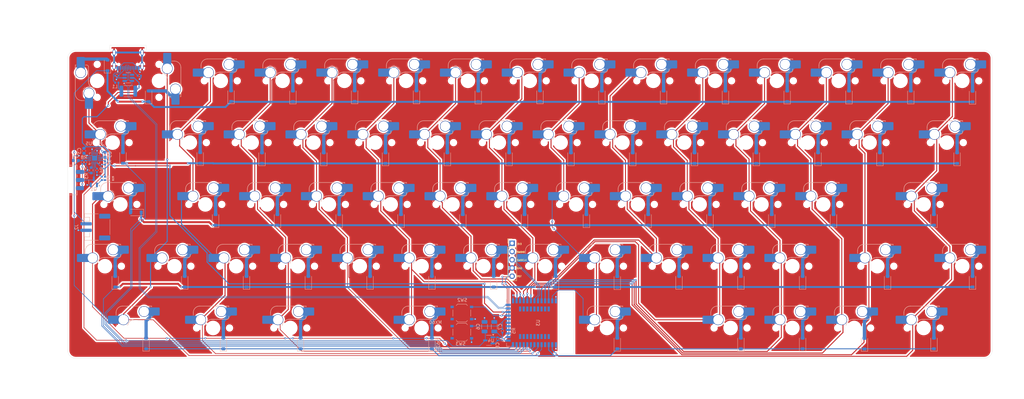
<source format=kicad_pcb>
(kicad_pcb (version 20241229) (generator "pcbnew") (generator_version "9.0")
  (layers (0 "F.Cu" signal) (2 "B.Cu" signal) (13 "F.Paste" user) (15 "B.Paste" user) (5 "F.SilkS" user "F.Silkscreen") (7 "B.SilkS" user "B.Silkscreen") (1 "F.Mask" user) (3 "B.Mask" user) (25 "Edge.Cuts" user))
  (net 0 "")
  (net 1 "+5V")
  (net 2 "GND")
  (net 3 "+BATT")
  (net 4 "+VSW")
  (net 5 "+3.3V")
  (net 6 "Net-(D3-A)")
  (net 7 "ROW0")
  (net 8 "Net-(D4-A)")
  (net 9 "Net-(D5-A)")
  (net 10 "Net-(D6-A)")
  (net 11 "Net-(D7-A)")
  (net 12 "Net-(D8-A)")
  (net 13 "Net-(D9-A)")
  (net 14 "Net-(D10-A)")
  (net 15 "Net-(D11-A)")
  (net 16 "Net-(D12-A)")
  (net 17 "Net-(D13-A)")
  (net 18 "Net-(D14-A)")
  (net 19 "Net-(D15-A)")
  (net 20 "Net-(D16-A)")
  (net 21 "Net-(D17-A)")
  (net 22 "Net-(D18-A)")
  (net 23 "ROW1")
  (net 24 "Net-(D19-A)")
  (net 25 "Net-(D20-A)")
  (net 26 "Net-(D21-A)")
  (net 27 "Net-(D22-A)")
  (net 28 "Net-(D23-A)")
  (net 29 "Net-(D24-A)")
  (net 30 "Net-(D25-A)")
  (net 31 "Net-(D26-A)")
  (net 32 "Net-(D27-A)")
  (net 33 "Net-(D28-A)")
  (net 34 "Net-(D29-A)")
  (net 35 "Net-(D30-A)")
  (net 36 "Net-(D31-A)")
  (net 37 "Net-(D32-A)")
  (net 38 "ROW2")
  (net 39 "Net-(D33-A)")
  (net 40 "Net-(D34-A)")
  (net 41 "Net-(D35-A)")
  (net 42 "Net-(D36-A)")
  (net 43 "Net-(D37-A)")
  (net 44 "Net-(D38-A)")
  (net 45 "Net-(D39-A)")
  (net 46 "Net-(D40-A)")
  (net 47 "Net-(D41-A)")
  (net 48 "Net-(D42-A)")
  (net 49 "Net-(D43-A)")
  (net 50 "Net-(D44-A)")
  (net 51 "ROW3")
  (net 52 "Net-(D45-A)")
  (net 53 "Net-(D46-A)")
  (net 54 "Net-(D47-A)")
  (net 55 "Net-(D48-A)")
  (net 56 "Net-(D49-A)")
  (net 57 "Net-(D50-A)")
  (net 58 "Net-(D51-A)")
  (net 59 "Net-(D52-A)")
  (net 60 "Net-(D53-A)")
  (net 61 "Net-(D54-A)")
  (net 62 "Net-(D55-A)")
  (net 63 "Net-(D56-A)")
  (net 64 "Net-(D57-A)")
  (net 65 "Net-(D58-A)")
  (net 66 "Net-(D59-A)")
  (net 67 "ROW4")
  (net 68 "Net-(D60-A)")
  (net 69 "Net-(D61-A)")
  (net 70 "Net-(D62-A)")
  (net 71 "Net-(D63-A)")
  (net 72 "Net-(D64-A)")
  (net 73 "Net-(D65-A)")
  (net 74 "Net-(D66-A)")
  (net 75 "Net-(D67-A)")
  (net 76 "Net-(F1-Pad1)")
  (net 78 "D-")
  (net 79 "Net-(J1-VBUS-PadA4_B9)")
  (net 80 "D+")
  (net 81 "Net-(J1-CC2)")
  (net 82 "Net-(J1-CC1)")
  (net 84 "COL0")
  (net 85 "COL1")
  (net 86 "COL2")
  (net 87 "COL3")
  (net 88 "COL4")
  (net 89 "COL5")
  (net 90 "COL6")
  (net 91 "COL7")
  (net 92 "COL8")
  (net 93 "COL9")
  (net 94 "COL10")
  (net 95 "COL11")
  (net 96 "COL12")
  (net 97 "COL13")
  (net 98 "COL14")
  (net 99 "Net-(Q1-G)")
  (net 100 "SYSOFF")
  (net 101 "Net-(U5-ISET)")
  (net 102 "Net-(U5-ILIM)")
  (net 103 "BOOT")
  (net 104 "Net-(U5-TMR)")
  (net 105 "Net-(U5-TS)")
  (net 106 "Net-(SW1-A)")
  (net 107 "RST")
  (net 117 "SWDIO")
  (net 120 "SWDCLK")
  (footprint "Connector_PinHeader_2.54mm:PinHeader_1x05_P2.54mm_Vertical" (layer "F.Cu") (at 206.5 162)
    (property "Reference" "REF**" (hide yes))
    (property "Value" "PinHeader_1x05_P2.54mm_Vertical")
  )
  (footprint "Diode_SMD:D_SOD-123" (layer "B.Cu") (at 162.71875 173.83125 90)
    (property "Reference" "D49" (hide yes))
    (property "Value" "D_Small")
  )
  (footprint "Resistor_SMD:R_0402_1005Metric" (layer "B.Cu") (at 75 137 -90)
    (property "Reference" "R7")
    (property "Value" "10k")
  )
  (footprint "Diode_SMD:D_SOD-123" (layer "B.Cu") (at 117.475 192.88125 90)
    (property "Reference" "D60" (hide yes))
    (property "Value" "D_Small")
  )
  (footprint "marbastlib-mx:SW_MX_HS_CPG151101S11_1u" (layer "B.Cu") (at 183.35625 130.96875 180)
    (property "Reference" "MX21" (hide yes))
    (property "Value" "MX_SW_HS")
  )
  (footprint "Diode_SMD:D_SOD-123" (layer "B.Cu") (at 84.1375 173.83125 90)
    (property "Reference" "D45" (hide yes))
    (property "Value" "D_Small")
  )
  (footprint "Diode_SMD:D_SOD-123" (layer "B.Cu") (at 286.54375 154.78125 90)
    (property "Reference" "D42" (hide yes))
    (property "Value" "D_Small")
  )
  (footprint "marbastlib-mx:SW_MX_HS_CPG151101S11_1u" (layer "B.Cu") (at 235.74375 188.11875 180)
    (property "Reference" "MX61" (hide yes))
    (property "Value" "MX_SW_HS")
  )
  (footprint "marbastlib-mx:SW_MX_HS_CPG151101S11_1u" (layer "B.Cu") (at 230.98125 111.91875 180)
    (property "Reference" "MX9" (hide yes))
    (property "Value" "MX_SW_HS")
  )
  (footprint "Diode_SMD:D_SOD-123" (layer "B.Cu") (at 138.90625 116.68125 90)
    (property "Reference" "D6" (hide yes))
    (property "Value" "D_Small")
  )
  (footprint "marbastlib-mx:SW_MX_HS_CPG151101S11_1u" (layer "B.Cu") (at 154.78125 111.91875 180)
    (property "Reference" "MX5" (hide yes))
    (property "Value" "MX_SW_HS")
  )
  (footprint "Diode_SMD:D_SOD-123" (layer "B.Cu") (at 119.85625 116.61875 90)
    (property "Reference" "D5" (hide yes))
    (property "Value" "D_Small")
  )
  (footprint "marbastlib-mx:SW_MX_HS_CPG151101S11_1u" (layer "B.Cu") (at 278.60625 130.96875 180)
    (property "Reference" "MX26" (hide yes))
    (property "Value" "MX_SW_HS")
  )
  (footprint "marbastlib-mx:SW_MX_HS_CPG151101S11_1u" (layer "B.Cu") (at 78.58125 111.91875 -90)
    (property "Reference" "MX1" (hide yes))
    (property "Value" "MX_SW_HS")
  )
  (footprint "marbastlib-mx:SW_MX_HS_CPG151101S11_1u" (layer "B.Cu") (at 250.03125 111.91875 180)
    (property "Reference" "MX10" (hide yes))
    (property "Value" "MX_SW_HS")
  )
  (footprint "marbastlib-mx:SW_MX_HS_CPG151101S11_1u" (layer "B.Cu") (at 145.25625 130.96875 180)
    (property "Reference" "MX19" (hide yes))
    (property "Value" "MX_SW_HS")
  )
  (footprint "Diode_SMD:D_SOD-123" (layer "B.Cu") (at 124.61875 173.83125 90)
    (property "Reference" "D47" (hide yes))
    (property "Value" "D_Small")
  )
  (footprint "Diode_SMD:D_SOD-123" (layer "B.Cu") (at 110.33125 135.66875 90)
    (property "Reference" "D19" (hide yes))
    (property "Value" "D_Small")
  )
  (footprint "Diode_SMD:D_SOD-123" (layer "B.Cu") (at 277.01875 173.83125 90)
    (property "Reference" "D55" (hide yes))
    (property "Value" "D_Small")
  )
  (footprint "marbastlib-various:nRF52840_holyiot_18010" (layer "B.Cu") (at 214.281 186.5 90)
    (property "Reference" "U3")
    (property "Value" "nRF52840_holyiot_18010")
  )
  (footprint "marbastlib-mx:SW_MX_HS_CPG151101S11_1u" (layer "B.Cu") (at 121.44375 169.06875 180)
    (property "Reference" "MX45" (hide yes))
    (property "Value" "MX_SW_HS")
  )
  (footprint "Package_TO_SOT_SMD:SOT-23-6" (layer "B.Cu") (at 88.18 111)
    (property "Reference" "U1" (hide yes))
    (property "Value" "SRV05-4-P-T7" (hide yes))
  )
  (footprint "marbastlib-mx:SW_MX_HS_CPG151101S11_1u" (layer "B.Cu") (at 292.89375 188.11875 180)
    (property "Reference" "MX63" (hide yes))
    (property "Value" "MX_SW_HS")
  )
  (footprint "Diode_SMD:D_SOD-123" (layer "B.Cu") (at 291.30625 116.68125 90)
    (property "Reference" "D14" (hide yes))
    (property "Value" "D_Small")
  )
  (footprint "Diode_SMD:D_SOD-123" (layer "B.Cu") (at 205.58125 135.73125 90)
    (property "Reference" "D24" (hide yes))
    (property "Value" "D_Small")
  )
  (footprint "marbastlib-mx:SW_MX_HS_CPG151101S11_1u" (layer "B.Cu") (at 188.11875 150.01875 180)
    (property "Reference" "MX35" (hide yes))
    (property "Value" "MX_SW_HS")
  )
  (footprint "marbastlib-mx:SW_MX_HS_CPG151101S11_1u" (layer "B.Cu") (at 83.34375 130.96875 180)
    (property "Reference" "MX16" (hide yes))
    (property "Value" "MX_SW_HS")
  )
  (footprint "marbastlib-mx:SW_MX_HS_CPG151101S11_1u" (layer "B.Cu") (at 273.84375 169.06875 180)
    (property "Reference" "MX53" (hide yes))
    (property "Value" "MX_SW_HS")
  )
  (footprint "Button_Switch_SMD:SW_Push_1P1T_XKB_TS-1187A" (layer "B.Cu") (at 191 189.4125 180)
    (property "Reference" "SW3")
    (property "Value" "TS-1187-A-B-A-B")
  )
  (footprint "marbastlib-mx:SW_MX_HS_CPG151101S11_1u" (layer "B.Cu") (at 85.725 150.01875 180)
    (property "Reference" "MX30" (hide yes))
    (property "Value" "MX_SW_HS")
  )
  (footprint "Diode_SMD:D_SOD-123" (layer "B.Cu") (at 210.34375 154.78125 90)
    (property "Reference" "D38" (hide yes))
    (property "Value" "D_Small")
  )
  (footprint "Resistor_SMD:R_1812_4532Metric" (layer "B.Cu") (at 88.18 115.09375)
    (property "Reference" "F1" (hide yes))
    (property "Value" "MF-MSMF075-2")
  )
  (footprint "Diode_SMD:D_SOD-123" (layer "B.Cu") (at 172.24375 154.78125 90)
    (property "Reference" "D36" (hide yes))
    (property "Value" "D_Small")
  )
  (footprint "marbastlib-mx:SW_MX_HS_CPG151101S11_1u" (layer "B.Cu") (at 221.45625 130.96875 180)
    (property "Reference" "MX23" (hide yes))
    (property "Value" "MX_SW_HS")
  )
  (footprint "marbastlib-mx:SW_MX_HS_CPG151101S11_1u" (layer "B.Cu") (at 269.08125 111.91875 180)
    (property "Reference" "MX11" (hide yes))
    (property "Value" "MX_SW_HS")
  )
  (footprint "Diode_SMD:D_SOD-123" (layer "B.Cu") (at 81.75625 107.15625 90)
    (property "Reference" "D3" (hide yes))
    (property "Value" "D_Small")
  )
  (footprint "Capacitor_SMD:C_1206_3216Metric" (layer "B.Cu") (at 201 187.725 90)
    (property "Reference" "C7")
    (property "Value" "1u")
  )
  (footprint "marbastlib-mx:SW_MX_HS_CPG151101S11_1u" (layer "B.Cu") (at 140.49375 169.06875 180)
    (property "Reference" "MX46" (hide yes))
    (property "Value" "MX_SW_HS")
  )
  (footprint "Diode_SMD:D_SOD-123" (layer "B.Cu") (at 234.15625 116.68125 90)
    (property "Reference" "D11" (hide yes))
    (property "Value" "D_Small")
  )
  (footprint "Diode_SMD:D_SOD-123" (layer "B.Cu") (at 186.53125 135.73125 90)
    (property "Reference" "D23" (hide yes))
    (property "Value" "D_Small")
  )
  (footprint "Diode_SMD:D_SOD-123" (layer "B.Cu") (at 253.20625 116.68125 90)
    (property "Reference" "D12" (hide yes))
    (property "Value" "D_Small")
  )
  (footprint "marbastlib-mx:SW_MX_HS_CPG151101S11_1u" (layer "B.Cu") (at 126.20625 130.96875 180)
    (property "Reference" "MX18" (hide yes))
    (property "Value" "MX_SW_HS")
  )
  (footprint "marbastlib-mx:SW_MX_HS_CPG151101S11_1u" (layer "B.Cu") (at 197.64375 169.06875 180)
    (property "Reference" "MX49" (hide yes))
    (property "Value" "MX_SW_HS")
  )
  (footprint "typeC:HRO_TYPE-C-31-M-12" (layer "B.Cu") (at 88.10625 103.1875)
    (property "Reference" "J1" (hide yes))
    (property "Value" "TYPE-C-31-M-12")
  )
  (footprint "Diode_SMD:D_SOD-123" (layer "B.Cu") (at 262.73125 135.73125 90)
    (property "Reference" "D27" (hide yes))
    (property "Value" "D_Small")
  )
  (footprint "Button_Switch_SMD:SW_Push_1P1T_XKB_TS-1187A" (layer "B.Cu") (at 191 183.5 180)
    (property "Reference" "SW2")
    (property "Value" "TS-1187-A-B-A-B")
  )
  (footprint "Diode_SMD:D_SOD-123" (layer "B.Cu") (at 348.45625 116.74375 90)
    (property "Reference" "D17" (hide yes))
    (property "Value" "D_Small")
  )
  (footprint "marbastlib-mx:SW_MX_HS_CPG151101S11_1u" (layer "B.Cu") (at 202.40625 130.96875 180)
    (property "Reference" "MX22" (hide yes))
    (property "Value" "MX_SW_HS")
  )
  (footprint "Diode_SMD:D_SOD-123" (layer "B.Cu") (at 300.83125 135.73125 90)
    (property "Reference" "D29" (hide yes))
    (property "Value" "D_Small")
  )
  (footprint "Diode_SMD:D_SOD-123" (layer "B.Cu") (at 86.51875 135.66875 90)
    (property "Reference" "D18" (hide yes))
    (property "Value" "D_Small")
  )
  (footprint "Diode_SMD:D_SOD-123" (layer "B.Cu") (at 181.76875 192.88125 90)
    (property "Reference" "D62")
    (property "Value" "D_Small")
  )
  (footprint "Button_Switch_SMD:SW_SPDT_CK_JS102011SAQN" (layer "B.Cu") (at 70.5 142.5 90)
    (property "Reference" "SW1" (hide yes))
    (property "Value" "PWR")
  )
  (footprint "Diode_SMD:D_SOD-123" (layer "B.Cu") (at 143.66875 173.83125 90)
    (property "Reference" "D48" (hide yes))
    (property "Value" "D_Small")
  )
  (footprint "marbastlib-mx:SW_MX_HS_CPG151101S11_1u" (layer "B.Cu") (at 340.51875 130.96875 180)
    (property "Reference" "MX29" (hide yes))
    (property "Value" "MX_SW_HS")
  )
  (footprint "Diode_SMD:D_SOD-123" (layer "B.Cu") (at 229.39375 154.78125 90)
    (property "Reference" "D39" (hide yes))
    (property "Value" "D_Small")
  )
  (footprint "marbastlib-mx:SW_MX_HS_CPG151101S11_1u" (layer "B.Cu") (at 264.31875 150.01875 180)
    (property "Reference" "MX39" (hide yes))
    (property "Value" "MX_SW_HS")
  )
  (footprint "marbastlib-mx:SW_MX_HS_CPG151101S11_1u" (layer "B.Cu") (at 135.73125 111.91875 180)
    (property "Reference" "MX4" (hide yes))
    (property "Value" "MX_SW_HS")
  )
  (footprint "marbastlib-mx:SW_MX_HS_CPG151101S11_1u" (layer "B.Cu") (at 319.0875 169.06875 180)
    (property "Reference" "MX55" (hide yes))
    (property "Value" "MX_SW_HS")
  )
  (footprint "marbastlib-mx:SW_MX_HS_CPG151101S11_1u" (layer "B.Cu") (at 345.28125 169.06875 180)
    (property "Reference" "MX56" (hide yes))
    (property "Value" "MX_SW_HS")
  )
  (footprint "Diode_SMD:D_SOD-123" (layer "B.Cu") (at 238.91875 173.89375 90)
    (property "Reference" "D53" (hide yes))
    (property "Value" "D_Small")
  )
  (footprint "Package_TO_SOT_SMD:SOT-23-3" (layer "B.Cu") (at 199.3625 191.93125 180)
    (property "Reference" "U4")
    (property "Value" "XC6206P332MR-G")
  )
  (footprint "Diode_SMD:D_SOD-123" (layer "B.Cu") (at 191.29375 154.78125 90)
    (property "Reference" "D37" (hide yes))
    (property "Value" "D_Small")
  )
  (footprint "marbastlib-mx:SW_MX_HS_CPG151101S11_1u" (layer "B.Cu") (at 150.01875 150.01875 180)
    (property "Reference" "MX33" (hide yes))
    (property "Value" "MX_SW_HS")
  )
  (footprint "Resistor_SMD:R_0603_1608Metric" (layer "B.Cu") (at 76.75 139.5 -90)
    (property "Reference" "R3")
    (property "Value" "3.4k")
  )
  (footprint "Inductor_SMD:L_0402_1005Metric" (layer "B.Cu") (at 84.6475 112.5)
    (property "Reference" "L1")
    (property "Value" "BLM15PX121SN1D")
  )
  (footprint "marbastlib-mx:SW_MX_HS_CPG151101S11_1u" (layer "B.Cu") (at 80.9625 169.06875 180)
    (property "Reference" "MX43" (hide yes))
    (property "Value" "MX_SW_HS")
  )
  (footprint "marbastlib-mx:SW_MX_HS_CPG151101S11_1u" (layer "B.Cu") (at 302.41875 150.01875 180)
    (property "Reference" "MX41" (hide yes))
    (property "Value" "MX_SW_HS")
  )
  (footprint "Diode_SMD:D_SOD-123" (layer "B.Cu") (at 153.19375 154.78125 90)
    (property "Reference" "D35" (hide yes))
    (property "Value" "D_Small")
  )
  (footprint "Resistor_SMD:R_0402_1005Metric" (layer "B.Cu") (at 78.5 139.5 -90)
    (property "Reference" "R6")
    (property "Value" "47k")
  )
  (footprint "Diode_SMD:D_SOD-123" (layer "B.Cu") (at 281.78125 135.73125 90)
    (property "Reference" "D28" (hide yes))
    (property "Value" "D_Small")
  )
  (footprint "Diode_SMD:D_SOD-123" (layer "B.Cu") (at 348.45625 173.83125 90)
    (property "Reference" "D57" (hide yes))
    (property "Value" "D_Small")
  )
  (footprint "marbastlib-mx:SW_MX_HS_CPG151101S11_1u" (layer "B.Cu") (at 297.65625 130.96875 180)
    (property "Reference" "MX27" (hide yes))
    (property "Value" "MX_SW_HS")
  )
  (footprint "marbastlib-mx:SW_MX_HS_CPG151101S11_1u" (layer "B.Cu") (at 311.94375 188.11875 180)
    (property "Reference" "MX64" (hide yes))
    (property "Value" "MX_SW_HS")
  )
  (footprint "marbastlib-mx:SW_MX_HS_CPG151101S11_1u" (layer "B.Cu") (at 316.70625 130.96875 180)
    (property "Reference" "MX28" (hide yes))
    (property "Value" "MX_SW_HS")
  )
  (footprint "marbastlib-mx:SW_MX_HS_CPG151101S11_1u" (layer "B.Cu") (at 216.69375 169.06875 180)
    (property "Reference" "MX50" (hide yes))
    (property "Value" "MX_SW_HS")
  )
  (footprint "Diode_SMD:D_SOD-123" (layer "B.Cu") (at 105.56875 173.83125 90)
    (property "Reference" "D46" (hide yes))
    (property "Value" "D_Small")
  )
  (footprint "Diode_SMD:D_SOD-123" (layer "B.Cu") (at 343.69375 135.73125 90)
    (property "Reference" "D31" (hide yes))
    (property "Value" "D_Small")
  )
  (footprint "marbastlib-mx:SW_MX_HS_CPG151101S11_1u" (layer "B.Cu") (at 178.59375 169.06875 180)
    (property "Reference" "MX48" (hide yes))
    (property "Value" "MX_SW_HS")
  )
  (footprint "marbastlib-mx:SW_MX_HS_CPG151101S11_1u" (layer "B.Cu") (at 102.39375 169.06875 180)
    (property "Reference" "MX44" (hide yes))
    (property "Value" "MX_SW_HS")
  )
  (footprint "marbastlib-mx:SW_MX_HS_CPG151101S11_1u" (layer "B.Cu") (at 169.06875 150.01875 180)
    (property "Reference" "MX34" (hide yes))
    (property "Value" "MX_SW_HS")
  )
  (footprint "marbastlib-mx:SW_MX_HS_CPG151101S11_1u" (layer "B.Cu") (at 97.63125 111.91875 90)
    (property "Reference" "MX2" (hide yes))
    (property "Value" "MX_SW_HS")
  )
  (footprint "Diode_SMD:D_SOD-123" (layer "B.Cu") (at 157.95625 116.61875 90)
    (property "Reference" "D7" (hide yes))
    (property "Value" "D_Small")
  )
  (footprint "Diode_SMD:D_SOD-123" (layer "B.Cu") (at 196.05625 116.68125 90)
    (property "Reference" "D9" (hide yes))
    (property "Value" "D_Small")
  )
  (footprint "marbastlib-mx:SW_MX_HS_CPG151101S11_1u" (layer "B.Cu") (at 245.26875 150.01875 180)
    (property "Reference" "MX38" (hide yes))
    (property "Value" "MX_SW_HS")
  )
  (footprint "marbastlib-mx:SW_MX_HS_CPG151101S11_1u" (layer "B.Cu") (at 240.50625 130.96875 180)
    (property "Reference" "MX24" (hide yes))
    (property "Value" "MX_SW_HS")
  )
  (footprint "marbastlib-mx:SW_MX_HS_CPG151101S11_1u" (layer "B.Cu") (at 307.18125 111.91875 180)
    (property "Reference" "MX13" (hide yes))
    (property "Value" "MX_SW_HS")
  )
  (footprint "marbastlib-mx:SW_MX_HS_CPG151101S11_1u" (layer "B.Cu") (at 116.68125 111.91875 180)
    (property "Reference" "MX3" (hide yes))
    (property "Value" "MX_SW_HS")
  )
  (footprint "marbastlib-mx:SW_MX_HS_CPG151101S11_1u" (layer "B.Cu") (at 207.16875 150.01875 180)
    (property "Reference" "MX36" (hide yes))
    (property "Value" "MX_SW_HS")
  )
  (footprint "marbastlib-mx:SW_MX_HS_CPG151101S11_1u" (layer "B.Cu") (at 111.91875 150.01875 180)
    (property "Reference" "MX31" (hide yes))
    (property "Value" "MX_SW_HS")
  )
  (footprint "Diode_SMD:D_SOD-123" (layer "B.Cu") (at 257.96875 173.83125 90)
    (property "Reference" "D54" (hide yes))
    (property "Value" "D_Small")
  )
  (footprint "Diode_SMD:D_SOD-123" (layer "B.Cu") (at 90.5 152.5 180)
    (property "Reference" "D32" (hide yes))
    (property "Value" "D_Small")
  )
  (footprint "Diode_SMD:D_SOD-123" (layer "B.Cu") (at 248.44375 154.78125 90)
    (property "Reference" "D40" (hide yes))
    (property "Value" "D_Small")
  )
  (footprint "Diode_SMD:D_SOD-123" (layer "B.Cu") (at 322.2625 173.83125 90)
    (property "Reference" "D58" (hide yes))
    (property "Value" "D_Small")
  )
  (footprint "marbastlib-mx:SW_MX_HS_CPG151101S11_1u" (layer "B.Cu") (at 114.3 188.11875 180)
    (property "Reference" "MX58" (hide yes))
    (property "Value" "MX_SW_HS")
  )
  (footprint "Diode_SMD:D_SOD-123" (layer "B.Cu") (at 296.06875 173.83125 90)
    (property "Reference" "D56" (hide yes))
    (property "Value" "D_Small")
  )
  (footprint "Diode_SMD:D_SOD-123" (layer "B.Cu") (at 336.55 192.88125 90)
    (property "Reference" "D67" (hide yes))
    (property "Value" "D_Small")
  )
  (footprint "Resistor_SMD:R_0402_1005Metric" (layer "B.Cu") (at 81 137.25 -90)
    (property "Reference" "R4")
    (property "Value" "1.5k")
  )
  (footprint "Diode_SMD:D_SOD-123" (layer "B.Cu") (at 134.14375 154.78125 90)
    (property "Reference" "D34" (hide yes))
    (property "Value" "D_Small")
  )
  (footprint "Diode_SMD:D_SOD-123" (layer "B.Cu") (at 129.38125 135.73125 90)
    (property "Reference" "D20" (hide yes))
    (property "Value" "D_Small")
  )
  (footprint "Capacitor_SMD:C_0603_1608Metric" (layer "B.Cu") (at 74.5 133.5 -90)
    (property "Reference" "C3")
    (property "Value" "4.7u")
  )
  (footprint "Diode_SMD:D_SOD-123" (layer "B.Cu") (at 305.59375 154.78125 90)
    (property "Reference" "D43" (hide yes))
    (property "Value" "D_Small")
  )
  (footprint "marbastlib-mx:SW_MX_HS_CPG151101S11_1u" (layer "B.Cu") (at 164.30625 130.96875 180)
    (property "Reference" "MX20" (hide yes))
    (property "Value" "MX_SW_HS")
  )
  (footprint "Diode_SMD:D_SOD-123" (layer "B.Cu") (at 296.06875 192.88125 90)
    (property "Reference" "D65" (hide yes))
    (property "Value" "D_Small")
  )
  (footprint "Capacitor_SMD:C_0402_1005Metric" (layer "B.Cu") (at 202 191.5 90)
    (property "Reference" "C8")
    (property "Value" "100n")
  )
  (footprint "marbastlib-mx:SW_MX_HS_CPG151101S11_1u" (layer "B.Cu") (at 326.23125 111.91875 180)
    (property "Reference" "MX14" (hide yes))
    (property "Value" "MX_SW_HS")
  )
  (footprint "Diode_SMD:D_SOD-123" (layer "B.Cu") (at 272.25625 116.68125 90)
    (property "Reference" "D13" (hide yes))
    (property "Value" "D_Small")
  )
  (footprint "marbastlib-mx:SW_MX_HS_CPG151101S11_1u" (layer "B.Cu") (at 273.84375 188.11875 180)
    (property "Reference" "MX62" (hide yes))
    (property "Value" "MX_SW_HS")
  )
  (footprint "Diode_SMD:D_SOD-123" (layer "B.Cu") (at 177.00625 116.61875 90)
    (property "Reference" "D8" (hide yes))
    (property "Value" "D_Small")
  )
  (footprint "Diode_SMD:D_SOD-123" (layer "B.Cu") (at 243.68125 135.73125 90)
    (property "Reference" "D26" (hide yes))
    (property "Value" "D_Small")
  )
  (footprint "Diode_SMD:D_SOD-123" (layer "B.Cu") (at 148.43125 135.73125 90)
    (property "Reference" "D21" (hide yes))
    (property "Value" "D_Small")
  )
  (footprint "marbastlib-mx:SW_MX_HS_CPG151101S11_1u" (layer "B.Cu") (at 107.15625 130.96875 180)
    (property "Reference" "MX17" (hide yes))
    (property "Value" "MX_SW_HS")
  )
  (footprint "Diode_SMD:D_SOD-123" (layer "B.Cu") (at 336.55 154.78125 90)
    (property "Reference" "D44" (hide yes))
    (property "Value" "D_Small")
  )
  (footprint "Diode_SMD:D_SOD-123" (layer "B.Cu") (at 319.88125 135.73125 90)
    (property "Reference" "D30" (hide yes))
    (property "Value" "D_Small")
  )
  (footprint "Diode_SMD:D_SOD-123" (layer "B.Cu") (at 329.40625 116.68125 90)
    (property "Reference" "D16" (hide yes))
    (property "Value" "D_Small")
  )
  (footprint "Resistor_SMD:R_0402_1005Metric" (layer "B.Cu") (at 203.5 189.01 90)
    (property "Reference" "R5")
    (property "Value" "10k")
  )
  (footprint "marbastlib-mx:SW_MX_HS_CPG151101S11_1u" (layer "B.Cu") (at 178.59375 188.11875 180)
    (property "Reference" "MX60")
    (property "Value" "MX_SW_HS")
  )
  (footprint "Diode_SMD:D_SOD-123" (layer "B.Cu") (at 219.86875 173.83125 90)
    (property "Reference" "D52" (hide yes))
    (property "Value" "D_Small")
  )
  (footprint "marbastlib-mx:SW_MX_HS_CPG151101S11_1u" (layer "B.Cu") (at 235.74375 169.06875 180)
    (property "Reference" "MX51" (hide yes))
    (property "Value" "MX_SW_HS")
  )
  (footprint "Diode_SMD:D_SOD-123" (layer "B.Cu") (at 181.76875 173.83125 90)
    (property "Reference" "D50" (hide yes))
    (property "Value" "D_Small")
  )
  (footprint "Diode_SMD:D_SOD-123" (layer "B.Cu") (at 141.2875 192.88125 90)
    (property "Reference" "D61" (hide yes))
    (property "Value" "D_Small")
  )
  (footprint "marbastlib-mx:SW_MX_HS_CPG151101S11_1u" (layer "B.Cu") (at 211.93125 111.91875 180)
    (property "Reference" "MX8" (hide yes))
    (property "Value" "MX_SW_HS")
  )
  (footprint "Diode_SMD:D_SOD-123" (layer "B.Cu") (at 115.09375 154.78125 90)
    (property "Reference" "D33" (hide yes))
    (property "Value" "D_Small")
  )
  (footprint "Diode_SMD:D_SOD-123" (layer "B.Cu") (at 238.91875 192.88125 90)
    (property "Reference" "D63" (hide yes))
    (property "Value" "D_Small")
  )
  (footprint "marbastlib-mx:SW_MX_HS_CPG151101S11_1u" (layer "B.Cu") (at 333.375 150.01875 180)
    (property "Reference" "MX42" (hide yes))
    (property "Value" "MX_SW_HS")
  )
  (footprint "Diode_SMD:D_SOD-123" (layer "B.Cu") (at 215.10625 116.61875 90)
    (property "Reference" "D10" (hide yes))
    (property "Value" "D_Small")
  )
  (footprint "marbastlib-mx:SW_MX_HS_CPG151101S11_1u" (layer "B.Cu") (at 130.96875 150.01875 180)
    (property "Reference" "MX32" (hide yes))
    (property "Value" "MX_SW_HS")
  )
  (footprint "Diode_SMD:D_SOD-123" (layer "B.Cu") (at 200.81875 173.83125 90)
    (property "Reference" "D51" (hide yes))
    (property "Value" "D_Small")
  )
  (footprint "marbastlib-mx:SW_MX_HS_CPG151101S11_1u" (layer "B.Cu") (at 259.55625 130.96875 180)
    (property "Reference" "MX25" (hide yes))
    (property "Value" "MX_SW_HS")
  )
  (footprint "marbastlib-mx:SW_MX_HS_CPG151101S11_1u" (layer "B.Cu") (at 345.28125 111.91875 180)
    (property "Reference" "MX15" (hide yes))
    (property "Value" "MX_SW_HS")
  )
  (footprint "marbastlib-mx:SW_MX_HS_CPG151101S11_1u" (layer "B.Cu") (at 254.79375 169.06875 180)
    (property "Reference" "MX52" (hide yes))
    (property "Value" "MX_SW_HS")
  )
  (footprint "marbastlib-mx:SW_MX_HS_CPG151101S11_1u" (layer "B.Cu") (at 226.21875 150.01875 180)
    (property "Reference" "MX37" (hide yes))
    (property "Value" "MX_SW_HS")
  )
  (footprint "marbastlib-mx:SW_MX_HS_CPG151101S11_1u" (layer "B.Cu") (at 159.54375 169.06875 180)
    (property "Reference" "MX47" (hide yes))
    (property "Value" "MX_SW_HS")
  )
  (footprint "marbastlib-mx:SW_MX_HS_CPG151101S11_1u" (layer "B.Cu") (at 173.83125 111.91875 180)
    (property "Reference" "MX6" (hide yes))
    (property "Value" "MX_SW_HS")
  )
  (footprint "Capacitor_SMD:C_0603_1608Metric" (layer "B.Cu") (at 72 136.5 180)
    (property "Reference" "C4")
    (property "Value" "4.7u")
  )
  (footprint "Capacitor_SMD:C_0603_1608Metric" (layer "B.Cu") (at 81 134.725 -90)
    (property "Reference" "C5")
    (property "Value" "4.7u")
  )
  (footprint "Package_DFN_QFN:VQFN-16-1EP_3x3mm_P0.5mm_EP1.6x1.6mm" (layer "B.Cu") (at 77.7875 135.75)
    (property "Reference" "U5")
    (property "Value" "BQ24075RGT")
  )
  (footprint "marbastlib-mx:SW_MX_HS_CPG151101S11_1u" (layer "B.Cu") (at 192.88125 111.91875 180)
    (property "Reference" "MX7" (hide yes))
    (property "Value" "MX_SW_HS")
  )
  (footprint "Diode_SMD:D_SOD-123" (layer "B.Cu") (at 315.11875 192.94375 90)
    (property "Reference" "D66" (hide yes))
    (property "Value" "D_Small")
  )
  (footprint "Resistor_SMD:R_0402_1005Metric" (layer "B.Cu") (at 80 142 90)
    (property "Reference" "R9")
    (property "Value" "10k")
  )
  (footprint "Resistor_SMD:R_0402_1005Metric" (layer "B.Cu") (at 84.6475 110.33125 180)
    (property "Reference" "R2" (hide yes))
    (property "Value" "5.1k")
  )
  (footprint "Package_TO_SOT_SMD:SOT-23" (layer "B.Cu") (at 77.55 143.0625 90)
    (property "Reference" "Q1")
    (property "Value" "2N7002")
  )
  (footprint "Resistor_SMD:R_0402_1005Metric" (layer "B.Cu") (at 81 142.01 -90)
    (property "Reference" "R10")
    (property "Value" "100R")
  )
  (footprint "Resistor_SMD:R_0402_1005Metric" (layer "B.Cu") (at 74 137.01 -90)
    (property "Reference" "R8")
    (property "Value" "10k")
  )
  (footprint "marbastlib-mx:SW_MX_HS_CPG151101S11_1u" (layer "B.Cu") (at 292.89375 169.06875 180)
    (property "Reference" "MX54" (hide yes))
    (property "Value" "MX_SW_HS")
  )
  (footprint "Diode_SMD:D_SOD-123" (layer "B.Cu") (at 277.01875 192.88125 90)
    (property "Reference" "D64" (hide yes))
    (property "Value" "D_Small")
  )
  (footprint "Diode_SMD:D_SOD-123" (layer "B.Cu") (at 93.6625 192.88125 90)
    (property "Reference" "D59" (hide yes))
    (property "Value" "D_Small")
  )
  (footprint "Capacitor_SMD:C_1206_3216Metric" (layer "B.Cu") (at 198 187.725 90)
    (property "Reference" "C6")
    (property "Value" "1u")
  )
  (footprint "Connector_JST:JST_PH_S2B-PH-SM4-TB_1x02-1MP_P2.00mm_Horizontal" (layer "B.Cu") (at 78 157 -90)
    (property "Reference" "J2")
    (property "Value" "S2B-PH-SM4-TB")
  )
  (footprint "marbastlib-mx:SW_MX_HS_CPG151101S11_1u" (layer "B.Cu") (at 333.375 188.11875 180)
    (property "Reference" "MX65" (hide yes))
    (property "Value" "MX_SW_HS")
  )
  (footprint "Diode_SMD:D_SOD-123" (layer "B.Cu") (at 94.45625 116.68125 90)
    (property "Reference" "D4" (hide yes))
    (property "Value" "D_Small")
  )
  (footprint "Diode_SMD:D_SOD-123" (layer "B.Cu") (at 267.49375 154.78125 90)
    (property "Reference" "D41" (hide yes))
    (property "Value" "D_Small")
  )
  (footprint "marbastlib-mx:SW_MX_HS_CPG151101S11_1u" (layer "B.Cu") (at 283.36875 150.01875 180)
    (property "Reference" "MX40" (hide yes))
    (property "Value" "MX_SW_HS")
  )
  (footprint "marbastlib-mx:SW_MX_HS_CPG151101S11_1u" (layer "B.Cu") (at 288.13125 111.91875 180)
    (property "Reference" "MX12" (hide yes))
    (property "Value" "MX_SW_HS")
  )
  (footprint "Resistor_SMD:R_0402_1005Metric" (layer "B.Cu") (at 91.565 110.33125 180)
    (property "Reference" "R1" (hide yes))
    (property "Value" "5.1k")
  )
  (footprint "marbastlib-mx:SW_MX_HS_CPG151101S11_1u" (layer "B.Cu") (at 138.1125 188.11875 180)
    (property "Reference" "MX59" (hide yes))
    (property "Value" "MX_SW_HS")
  )
  (footprint "Diode_SMD:D_SOD-123" (layer "B.Cu") (at 224.63125 135.73125 90)
    (property "Reference" "D25" (hide yes))
    (property "Value" "D_Small")
  )
  (footprint "Diode_SMD:D_SOD-123" (layer "B.Cu") (at 310.35625 116.68125 90)
    (property "Reference" "D15" (hide yes))
    (property "Value" "D_Small")
  )
  (footprint "Diode_SMD:D_SOD-123" (layer "B.Cu") (at 167.48125 135.73125 90)
    (property "Reference" "D22" (hide yes))
    (property "Value" "D_Small")
  )
  (footprint "marbastlib-mx:SW_MX_HS_CPG151101S11_1u" (layer "B.Cu") (at 90.4875 188.11875 180)
    (property "Reference" "MX57" (hide yes))
    (property "Value" "MX_SW_HS")
  )
  (gr_line (start 72 197.5) (end 352 197.5) (stroke (width 0.05)) (layer "Edge.Cuts"))
  (gr_line (start 93.6625 101) (end 82.5 101) (stroke (width 0.05)) (layer "Edge.Cuts"))
  (gr_line (start 82.5 102.5) (end 82.5 101) (stroke (width 0.05)) (layer "Edge.Cuts"))
  (gr_arc (start 354.5 195) (mid 353.767767 196.767767) (end 352 197.5) (stroke (width 0.05)) (layer "Edge.Cuts"))
  (gr_arc (start 72 197.5) (mid 70.232233 196.767767) (end 69.5 195) (stroke (width 0.05)) (layer "Edge.Cuts"))
  (gr_arc (start 69.5 105) (mid 70.232233 103.232233) (end 72 102.5) (stroke (width 0.05)) (layer "Edge.Cuts"))
  (gr_line (start 225.5 177) (end 221 177) (stroke (width 0.05)) (layer "Edge.Cuts"))
  (gr_line (start 93.6625 101) (end 93.6625 102.5) (stroke (width 0.05)) (layer "Edge.Cuts"))
  (gr_line (start 225.5 196) (end 225.5 177) (stroke (width 0.05)) (layer "Edge.Cuts"))
  (gr_line (start 82.5 102.5) (end 72 102.5) (stroke (width 0.05)) (layer "Edge.Cuts"))
  (gr_line (start 352 102.5) (end 93.6625 102.5) (stroke (width 0.05)) (layer "Edge.Cuts"))
  (gr_line (start 69.5 105) (end 69.5 195) (stroke (width 0.05)) (layer "Edge.Cuts"))
  (gr_line (start 221 177) (end 221 196) (stroke (width 0.05)) (layer "Edge.Cuts"))
  (gr_line (start 354.5 105) (end 354.5 195) (stroke (width 0.05)) (layer "Edge.Cuts"))
  (gr_arc (start 352 102.5) (mid 353.767767 103.232233) (end 354.5 105) (stroke (width 0.05)) (layer "Edge.Cuts"))
  (gr_line (start 221 196) (end 225.5 196) (stroke (width 0.05)) (layer "Edge.Cuts"))
  (gr_text "3V3" (at 208 162.5 0) (layer "F.SilkS") (effects (font (size 0.5 0.5) (thickness 0.1)) (justify left bottom)))
  (gr_text "SWDIO" (at 208 165 0) (layer "F.SilkS") (effects (font (size 0.5 0.5) (thickness 0.125) (bold yes)) (justify left bottom)))
  (gr_text "GND" (at 208 170 0) (layer "F.SilkS") (effects (font (size 0.5 0.5) (thickness 0.1)) (justify left bottom)))
  (gr_text "RST" (at 208 172.5 0) (layer "F.SilkS") (effects (font (size 0.5 0.5) (thickness 0.1)) (justify left bottom)))
  (gr_text "SWDCLK" (at 208 167.5 0) (layer "F.SilkS") (effects (font (size 0.5 0.5) (thickness 0.1)) (justify left bottom)))
  (segment (start 203.527164 183.178634) (end 203.505798 183.2) (width 0.3) (layer "F.Cu") (net 1))
  (segment (start 90.38025 138.11975) (end 90.38125 138.11875) (width 0.3) (layer "F.Cu") (net 1))
  (segment (start 84 138.11975) (end 90.38025 138.11975) (width 0.3) (layer "F.Cu") (net 1))
  (segment (start 89.91125 115.5) (end 85 115.5) (width 0.3) (layer "F.Cu") (net 1))
  (segment (start 200.7 183.2) (end 198 180.5) (width 0.3) (layer "F.Cu") (net 1))
  (segment (start 203.505798 183.2) (end 200.7 183.2) (width 0.3) (layer "F.Cu") (net 1))
  (segment (start 198 180.5) (end 198 174.5) (width 0.3) (layer "F.Cu") (net 1))
  (segment (start 85 115.5) (end 82 118.5) (width 0.3) (layer "F.Cu") (net 1))
  (segment (start 91.455625 113.955625) (end 89.91125 115.5) (width 0.3) (layer "F.Cu") (net 1))
  (segment (start 90.38125 138.11875) (end 101 138.11875) (width 0.3) (layer "F.Cu") (net 1))
  (segment (start 82 118.5) (end 82 119.5) (width 0.3) (layer "F.Cu") (net 1))
  (via (at 198 174.5) (size 0.6) (drill 0.3) (layers "F.Cu" "B.Cu") (net 1))
  (via (at 203.527164 183.178634) (size 0.6) (drill 0.3) (layers "F.Cu" "B.Cu") (net 1))
  (via (at 91.455625 113.955625) (size 0.6) (drill 0.3) (layers "F.Cu" "B.Cu") (net 1))
  (via (at 101 138.11875) (size 0.6) (drill 0.3) (layers "F.Cu" "B.Cu") (net 1))
  (via (at 84 138.11975) (size 0.6) (drill 0.3) (layers "F.Cu" "B.Cu") (net 1))
  (via (at 82 119.5) (size 0.6) (drill 0.3) (layers "F.Cu" "B.Cu") (net 1))
  (segment (start 112.45775 165.04225) (end 112.5 165) (width 0.3) (layer "B.Cu") (net 1))
  (segment (start 82 119.5) (end 78.5 123) (width 0.3) (layer "B.Cu") (net 1))
  (segment (start 74 123.5) (end 74 131) (width 0.3) (layer "B.Cu") (net 1))
  (segment (start 80.74475 132.24475) (end 82.5 134) (width 0.3) (layer "B.Cu") (net 1))
  (segment (start 89.979999 111) (end 89.3175 111) (width 0.3) (layer "B.Cu") (net 1))
  (segment (start 112.5 165) (end 101 153.5) (width 0.3) (layer "B.Cu") (net 1))
  (segment (start 198 174.5) (end 119.17313 174.5) (width 0.3) (layer "B.Cu") (net 1))
  (segment (start 101 153.5) (end 101 138.11875) (width 0.3) (layer "B.Cu") (net 1))
  (segment (start 82.5 137.5) (end 81 139) (width 0.3) (layer "B.Cu") (net 1))
  (segment (start 91.5 113.91125) (end 91.5 112.520001) (width 0.3) (layer "B.Cu") (net 1))
  (segment (start 81 139) (end 81 141.5) (width 0.3) (layer "B.Cu") (net 1))
  (segment (start 74 131) (end 75.24475 132.24475) (width 0.3) (layer "B.Cu") (net 1))
  (segment (start 80.35 139) (end 78.5375 137.1875) (width 0.3) (layer "B.Cu") (net 1))
  (segment (start 91.5 112.520001) (end 89.979999 111) (width 0.3) (layer "B.Cu") (net 1))
  (segment (start 74.5 123) (end 74 123.5) (width 0.3) (layer "B.Cu") (net 1))
  (segment (start 84 138.11975) (end 83.11975 138.11975) (width 0.3) (layer "B.Cu") (net 1))
  (segment (start 112.45775 167.78462) (end 112.45775 165.04225) (width 0.3) (layer "B.Cu") (net 1))
  (segment (start 75.24475 132.24475) (end 80.74475 132.24475) (width 0.3) (layer "B.Cu") (net 1))
  (segment (start 81 139) (end 80.35 139) (width 0.3) (layer "B.Cu") (net 1))
  (segment (start 78.5 123) (end 74.5 123) (width 0.3) (layer "B.Cu") (net 1))
  (segment (start 74.98025 132.24475) (end 74.5 132.725) (width 0.3) (layer "B.Cu") (net 1))
  (segment (start 90.3175 115.09375) (end 91.455625 113.955625) (width 0.3) (layer "B.Cu") (net 1))
  (segment (start 203.54853 183.2) (end 205.281 183.2) (width 0.3) (layer "B.Cu") (net 1))
  (segment (start 91.455625 113.955625) (end 91.5 113.91125) (width 0.3) (layer "B.Cu") (net 1))
  (segment (start 82.5 134) (end 82.5 137.5) (width 0.3) (layer "B.Cu") (net 1))
  (segment (start 119.17313 174.5) (end 112.45775 167.78462) (width 0.3) (layer "B.Cu") (net 1))
  (segment (start 203.527164 183.178634) (end 203.54853 183.2) (width 0.3) (layer "B.Cu") (net 1))
  (segment (start 83.11975 138.11975) (end 82.5 137.5) (width 0.3) (layer "B.Cu") (net 1))
  (segment (start 75.24475 132.24475) (end 74.98025 132.24475) (width 0.3) (layer "B.Cu") (net 1))
  (segment (start 174.088413 189.34475) (end 176.24885 187.184313) (width 0.2) (layer "F.Cu") (net 2))
  (segment (start 157.68475 125.5) (end 157.68475 167.336881) (width 0.2) (layer "F.Cu") (net 2))
  (segment (start 119.58475 118.956119) (end 131.113119 107.42775) (width 0.2) (layer "F.Cu") (net 2))
  (segment (start 85 112) (end 84.5 111.5) (width 0.3) (layer "F.Cu") (net 2))
  (segment (start 151.779381 107.42775) (end 152.92225 108.570619) (width 0.2) (layer "F.Cu") (net 2))
  (segment (start 179.091582 184.341582) (end 180.25 185.5) (width 0.2) (layer "F.Cu") (net 2))
  (segment (start 80.341881 126.47775) (end 81.48475 127.620619) (width 0.2) (layer "F.Cu") (net 2))
  (segment (start 150.163119 107.42775) (end 151.779381 107.42775) (width 0.2) (layer "F.Cu") (net 2))
  (segment (start 73.49 136.5) (end 73 136.5) (width 0.2) (layer "F.Cu") (net 2))
  (segment (start 82.723131 145.52775) (end 83.866 146.670619) (width 0.2) (layer "F.Cu") (net 2))
  (segment (start 205.470472 194) (end 202.870472 191.4) (width 0.2) (layer "F.Cu") (net 2))
  (segment (start 184 183.5) (end 195.25 183.5) (width 0.2) (layer "F.Cu") (net 2))
  (segment (start 80 137.73076) (end 80 134.925) (width 0.2) (layer "F.Cu") (net 2))
  (segment (start 84.90625 108.90625) (end 84.5 109.3125) (width 0.3) (layer "F.Cu") (net 2))
  (segment (start 191.02225 108.570619) (end 191.02225 110.186881) (width 0.2) (layer "F.Cu") (net 2))
  (segment (start 157.68475 125.5) (end 157.68475 118.956119) (width 0.2) (layer "F.Cu") (net 2))
  (segment (start 157.68475 125.34106) (end 157.68475 125.5) (width 0.2) (layer "F.Cu") (net 2))
  (segment (start 83.866 146.670619) (end 83.866 148.286881) (width 0.2) (layer "F.Cu") (net 2))
  (segment (start 152.92225 108.570619) (end 152.92225 110.186881) (width 0.2) (layer "F.Cu") (net 2))
  (segment (start 198 185) (end 200 185) (width 0.2) (layer "F.Cu") (net 2))
  (segment (start 81.48475 127.620619) (end 81.48475 129.236881) (width 0.2) (layer "F.Cu") (net 2))
  (segment (start 76 139.01) (end 76 139) (width 0.2) (layer "F.Cu") (net 2))
  (segment (start 75.625 139.375) (end 75.625 138.635) (width 0.2) (layer "F.Cu") (net 2))
  (segment (start 75.233119 113.77775) (end 77.094076 113.77775) (width 0.2) (layer "F.Cu") (net 2))
  (segment (start 169.213119 107.42775) (end 170.829381 107.42775) (width 0.2) (layer "F.Cu") (net 2))
  (segment (start 195.125 185.375) (end 195.25 185.25) (width 0.2) (layer "F.Cu") (net 2))
  (segment (start 78.075 133) (end 77 133) (width 0.2) (layer "F.Cu") (net 2))
  (segment (start 219.5 179) (end 220 178.5) (width 0.2) (layer "F.Cu") (net 2))
  (segment (start 189.879381 139.961294) (end 205.204369 155.286282) (width 0.2) (layer "F.Cu") (net 2))
  (segment (start 170.829381 113.307632) (end 175.510874 117.989125) (width 0.2) (layer "F.Cu") (net 2))
  (segment (start 220 194.5) (end 220 178.5) (width 0.2) (layer "F.Cu") (net 2))
  (segment (start 176.24885 187.184313) (end 176.24885 187.147461) (width 0.2) (layer "F.Cu") (net 2))
  (segment (start 171.97225 110.186881) (end 170.829381 111.32975) (width 0.2) (layer "F.Cu") (net 2))
  (segment (start 75.635 139.375) (end 76 139.01) (width 0.2) (layer "F.Cu") (net 2))
  (segment (start 170.829381 111.32975) (end 170.829381 113.307632) (width 0.2) (layer "F.Cu") (net 2))
  (segment (start 151.42825 111.680881) (end 151.42825 119.08456) (width 0.2) (layer "F.Cu") (net 2))
  (segment (start 194.5 192) (end 202.270472 192) (width 0.2) (layer "F.Cu") (net 2))
  (segment (start 207.062 179) (end 219.5 179) (width 0.2) (layer "F.Cu") (net 2))
  (segment (start 77.094076 113.77775) (end 80.341881 117.025555) (width 0.2) (layer "F.Cu") (net 2))
  (segment (start 91.625 111.375) (end 92.075 110.925) (width 0.3) (layer "F.Cu") (net 2))
  (segment (start 78.5375 133.4625) (end 78.075 133) (width 0.2) (layer "F.Cu") (net 2))
  (segment (start 177.622461 185.77385) (end 177.659314 185.77385) (width 0.2) (layer "F.Cu") (net 2))
  (segment (start 138.506309 119.08456) (end 150.163119 107.42775) (width 0.2) (layer "F.Cu") (net 2))
  (segment (start 75.5 144) (end 78.5 141) (width 0.2) (layer "F.Cu") (net 2))
  (segment (start 157.68475 118.956119) (end 169.213119 107.42775) (width 0.2) (layer "F.Cu") (net 2))
  (segment (start 75.478406 134.521594) (end 77 133) (width 0.2) (layer "F.Cu") (net 2))
  (segment (start 79.99075 130.730881) (end 79.99075 131.35294) (width 0.2) (layer "F.Cu") (net 2))
  (segment (start 81.48475 129.236881) (end 79.99075 130.730881) (width 0.2) (layer "F.Cu") (net 2))
  (segment (start 206.781 178) (end 206.781 178.719) (width 0.2) (layer "F.Cu") (net 2))
  (segment (start 175.510874 117.989125) (end 186.07225 107.42775) (width 0.2) (layer "F.Cu") (net 2))
  (segment (start 152.92225 110.186881) (end 151.42825 111.680881) (width 0.2) (layer "F.Cu") (net 2))
  (segment (start 80.00962 137.74038) (end 80 137.75) (width 0.2) (layer "F.Cu") (net 2))
  (segment (start 177.659314 185.77385) (end 179.091582 184.341582) (width 0.2) (layer "F.Cu") (net 2))
  (segment (start 80.341881 117.025555) (end 80.341881 126.47775) (width 0.2) (layer "F.Cu") (net 2))
  (segment (start 75.625 139.375) (end 75.635 139.375) (width 0.2) (layer "F.Cu") (net 2))
  (segment (start 75.478406 134.921476) (end 75.478406 134.521594) (width 0.2) (layer "F.Cu") (net 2))
  (segment (start 189.879381 111.32975) (end 189.879381 139.961294) (width 0.2) (layer "F.Cu") (net 2))
  (segment (start 200 185) (end 199.75 184.75) (width 0.2) (layer "F.Cu") (net 2))
  (segment (start 80 139.5) (end 78.5 141) (width 0.2) (layer "F.Cu") (net 2))
  (segment (start 80 134.925) (end 78.5375 133.4625) (width 0.2) (layer "F.Cu") (net 2))
  (segment (start 74 112) (end 74 130) (width 0.3) (layer "F.Cu") (net 2))
  (segment (start 132.729381 107.42775) (end 133.87225 108.570619) (width 0.2) (layer "F.Cu") (net 2))
  (segment (start 202.270472 192) (end 202.870472 191.4) (width 0.2) (layer "F.Cu") (net 2))
  (segment (start 83.866 148.286881) (end 82.723131 149.42975) (width 0.2) (layer "F.Cu") (net 2))
  (segment (start 186.07225 107.42775) (end 189.879381 107.42775) (width 0.2) (layer "F.Cu") (net 2))
  (segment (start 182 185.5) (end 184 183.5) (width 0.2) (layer "F.Cu") (net 2))
  (segment (start 191.02225 110.186881) (end 189.879381 111.32975) (width 0.2) (layer "F.Cu") (net 2))
  (segment (start 195.25 185.25) (end 195.25 183.5) (width 0.2) (layer "F.Cu") (net 2))
  (segment (start 131.113119 107.42775) (end 132.729381 107.42775) (width 0.2) (layer "F.Cu") (net 2))
  (segment (start 157.68475 167.336881) (end 156.13475 168.886881) (width 0.2) (layer "F.Cu") (net 2))
  (segment (start 91 112) (end 85 112) (width 0.3) (layer "F.Cu") (net 2))
  (segment (start 170.829381 107.42775) (end 171.97225 108.570619) (width 0.2) (layer "F.Cu") (net 2))
  (segment (start 201 185) (end 200 185) (width 0.2) (layer "F.Cu") (net 2))
  (segment (start 195.25 183.5) (end 198.5 183.5) (width 0.2) (layer "F.Cu") (net 2))
  (segment (start 205.204369 155.286282) (end 205.204369 168.324369) (width 0.2) (layer "F.Cu") (net 2))
  (segment (start 173.005924 189.34475) (end 174.088413 189.34475) (width 0.2) (layer "F.Cu") (net 2))
  (segment (start 132.37825 111.680881) (end 132.37825 119.08456) (width 0.2) (layer "F.Cu") (net 2))
  (segment (start 76.5 109.5) (end 74 112) (width 0.3) (layer "F.Cu") (net 2))
  (segment (start 80 137.75) (end 80 139.5) (width 0.2) (layer "F.Cu") (net 2))
  (segment (start 82.5 109.5) (end 76.5 109.5) (width 0.3) (layer "F.Cu") (net 2))
  (segment (start 199.75 184.75) (end 199.625 184.625) (width 0.2) (layer "F.Cu") (net 2))
  (segment (start 80.00962 137.74038) (end 80 137.73076) (width 0.2) (layer "F.Cu") (net 2))
  (segment (start 92.075 109.575) (end 91.75 109.25) (width 0.3) (layer "F.Cu") (net 2))
  (segment (start 199.625 184.625) (end 202.870472 187.870472) (width 0.2) (layer "F.Cu") (net 2))
  (segment (start 92.075 110.925) (end 92.075 109.575) (width 0.3) (layer "F.Cu") (net 2))
  (segment (start 82.723131 134.085321) (end 82.723131 145.52775) (width 0.2) (layer "F.Cu") (net 2))
  (segment (start 82.723131 149.42975) (end 82.723131 159.81525) (width 0.2) (layer "F.Cu") (net 2))
  (segment (start 84.5 109.3125) (end 84.5 111.5) (width 0.3) (layer "F.Cu") (net 2))
  (segment (start 72.75 158) (end 73 157.75) (width 0.2) (layer "F.Cu") (net 2))
  (segment (start 171.97225 108.570619) (end 171.97225 110.186881) (width 0.2) (layer "F.Cu") (net 2))
  (segment (start 198.5 183.5) (end 199.625 184.625) (width 0.2) (layer "F.Cu") (net 2))
  (segment (start 75.625 138.635) (end 73.49 136.5) (width 0.2) (layer "F.Cu") (net 2))
  (segment (start 156.13475 168.886881) (end 156.13475 172.473576) (width 0.2) (layer "F.Cu") (net 2))
  (segment (start 74 130) (end 77 133) (width 0.3) (layer "F.Cu") (net 2))
  (segment (start 206.781 178.719) (end 207.062 179) (width 0.2) (layer "F.Cu") (net 2))
  (segment (start 76 139) (end 76.5 139) (width 0.2) (layer "F.Cu") (net 2))
  (segment (start 205.204369 168.324369) (end 206.5 169.62) (width 0.2) (layer "F.Cu") (net 2))
  (segment (start 91.625 111.375) (end 91 112) (width 0.3) (layer "F.Cu") (net 2))
  (segment (start 73 116.010869) (end 75.233119 113.77775) (width 0.2) (layer "F.Cu") (net 2))
  (segment (start 113.679381 159.81525) (end 119.58475 153.909881) (width 0.2) (layer "F.Cu") (net 2))
  (segment (start 176.24885 187.147461) (end 177.622461 185.77385) (width 0.2) (layer "F.Cu") (net 2))
  (segment (start 79.99075 131.35294) (end 82.723131 134.085321) (width 0.2) (layer "F.Cu") (net 2))
  (segment (start 132.37825 119.08456) (end 138.506309 119.08456) (width 0.2) (layer "F.Cu") (net 2))
  (segment (start 119.58475 153.909881) (end 119.58475 118.956119) (width 0.2) (layer "F.Cu") (net 2))
  (segment (start 73 157.75) (end 73 146.5) (width 0.2) (layer "F.Cu") (net 2))
  (segment (start 156.13475 172.473576) (end 173.005924 189.34475) (width 0.2) (layer "F.Cu") (net 2))
  (segment (start 73 157.75) (end 73 135) (width 0.2) (layer "F.Cu") (net 2))
  (segment (start 151.42825 119.08456) (end 157.68475 125.34106) (width 0.2) (layer "F.Cu") (net 2))
  (segment (start 76.5 139) (end 78.5 141) (width 0.2) (layer "F.Cu") (net 2))
  (segment (start 219.5 194) (end 205.470472 194) (width 0.2) (layer "F.Cu") (net 2))
  (segment (start 189.879381 107.42775) (end 191.02225 108.570619) (width 0.2) (layer "F.Cu") (net 2))
  (segment (start 73 135) (end 73 116.010869) (width 0.2) (layer "F.Cu") (net 2))
  (segment (start 133.87225 110.186881) (end 132.37825 111.680881) (width 0.2) (layer "F.Cu") (net 2))
  (segment (start 133.87225 108.570619) (end 133.87225 110.186881) (width 0.2) (layer "F.Cu") (net 2))
  (segment (start 180.25 185.5) (end 182 185.5) (width 0.2) (layer "F.Cu") (net 2))
  (segment (start 202.870472 187.870472) (end 202.870472 191.4) (width 0.2) (layer "F.Cu") (net 2))
  (segment (start 73 146.5) (end 75.5 144) (width 0.2) (layer "F.Cu") (net 2))
  (segment (start 220 194.5) (end 219.5 194) (width 0.2) (layer "F.Cu") (net 2))
  (segment (start 85 112) (end 82.5 109.5) (width 0.3) (layer "F.Cu") (net 2))
  (segment (start 82.723131 159.81525) (end 113.679381 159.81525) (width 0.2) (layer "F.Cu") (net 2))
  (segment (start 194 192.5) (end 194.5 192) (width 0.2) (layer "F.Cu") (net 2))
  (via (at 78.5 141) (size 0.6) (drill 0.3) (layers "F.Cu" "B.Cu") (net 2))
  (via (at 80.00962 137.74038) (size 0.6) (drill 0.3) (layers "F.Cu" "B.Cu") (net 2))
  (via (at 77 133) (size 0.6) (drill 0.3) (layers "F.Cu" "B.Cu") (net 2))
  (via (at 75.625 139.375) (size 0.6) (drill 0.3) (layers "F.Cu" "B.Cu") (net 2))
  (via (at 194 192.5) (size 0.6) (drill 0.3) (layers "F.Cu" "B.Cu") (net 2))
  (via (at 75.478406 134.921476) (size 0.6) (drill 0.3) (layers "F.Cu" "B.Cu") (net 2))
  (via (at 198 185) (size 0.6) (drill 0.3) (layers "F.Cu" "B.Cu") (net 2))
  (via (at 202.870472 191.4) (size 0.6) (drill 0.3) (layers "F.Cu" "B.Cu") (net 2))
  (via (at 91.75 109.25) (size 0.6) (drill 0.3) (layers "F.Cu" "B.Cu") (net 2))
  (via (at 220 178.5) (size 0.6) (drill 0.3) (layers "F.Cu" "B.Cu") (net 2))
  (via (at 84.90625 108.90625) (size 0.6) (drill 0.3) (layers "F.Cu" "B.Cu") (net 2))
  (via (at 84.5 111.5) (size 0.6) (drill 0.3) (layers "F.Cu" "B.Cu") (net 2))
  (via (at 195.125 185.375) (size 0.6) (drill 0.3) (layers "F.Cu" "B.Cu") (net 2))
  (via (at 201 185) (size 0.6) (drill 0.3) (layers "F.Cu" "B.Cu") (net 2))
  (via (at 220 194.5) (size 0.6) (drill 0.3) (layers "F.Cu" "B.Cu") (net 2))
  (via (at 75.5 144) (size 0.6) (drill 0.3) (layers "F.Cu" "B.Cu") (net 2))
  (via (at 72.75 158) (size 0.6) (drill 0.3) (layers "F.Cu" "B.Cu") (net 2))
  (via (at 206.781 178) (size 0.6) (drill 0.3) (layers "F.Cu" "B.Cu") (net 2))
  (via (at 73 135) (size 0.6) (drill 0.3) (layers "F.Cu" "B.Cu") (net 2))
  (via (at 78.5375 133.4625) (size 0.6) (drill 0.3) (layers "F.Cu" "B.Cu") (net 2))
  (via (at 91.625 111.375) (size 0.6) (drill 0.3) (layers "F.Cu" "B.Cu") (net 2))
  (segment (start 202 191.02) (end 202.490472 191.02) (width 0.2) (layer "B.Cu") (net 2))
  (segment (start 81 135.48) (end 81 135.5) (width 0.2) (layer "B.Cu") (net 2))
  (segment (start 84.90625 108.90625) (end 84.90625 107.9375) (width 0.3) (layer "B.Cu") (net 2))
  (segment (start 194 191.2875) (end 194 192.5) (width 0.2) (layer "B.Cu") (net 2))
  (segment (start 220 179) (end 219.981 179.019) (width 0.2) (layer "B.Cu") (net 2))
  (segment (start 91.30625 107.9375) (end 91.85125 107.9375) (width 0.3) (layer "B.Cu") (net 2))
  (segment (start 75.15 158) (end 72.75 158) (width 0.2) (layer "B.Cu") (net 2))
  (segment (start 80.98038 137.74038) (end 81 137.76) (width 0.2) (layer "B.Cu") (net 2))
  (segment (start 81 137.76) (end 81 137.75) (width 0.2) (layer "B.Cu") (net 2))
  (segment (start 75.478406 134.921476) (end 75.146476 134.921476) (width 0.2) (layer "B.Cu") (net 2))
  (segment (start 76.0425 140.2925) (end 76.7175 140.2925) (width 0.2) (layer "B.Cu") (net 2))
  (segment (start 84.5 111.31075) (end 84.8085 111.00225) (width 0.3) (layer "B.Cu") (net 2))
  (segment (start 81 137.75) (end 81.75 137) (width 0.2) (layer "B.Cu") (net 2))
  (segment (start 80 141.49) (end 79.51 141) (width 0.2) (layer "B.Cu") (net 2))
  (segment (start 92.075 110.925) (end 92.075 110.33125) (width 0.3) (layer "B.Cu") (net 2))
  (segment (start 77.0375 135) (end 76.35 135) (width 0.2) (layer "B.Cu") (net 2))
  (segment (start 219.981 193.981) (end 219.981 193.25) (width 0.2) (layer "B.Cu") (net 2))
  (segment (start 84.90625 107.9375) (end 84.36125 107.9375) (width 0.3) (layer "B.Cu") (net 2))
  (segment (start 78.5 140.01) (end 78.5 141) (width 0.2) (layer "B.Cu") (net 2))
  (segment (start 84.8085 111.00225) (end 84.1375 110.33125) (width 0.3) (layer "B.Cu") (net 2))
  (segment (start 75.625 138.635) (end 75 138.01) (width 0.2) (layer "B.Cu") (net 2))
  (segment (start 75.146476 134.921476) (end 74.5 134.275) (width 0.2) (layer "B.Cu") (net 2))
  (segment (start 75.625 139.375) (end 75 140) (width 0.2) (layer "B.Cu") (net 2))
  (segment (start 78.4865 134.785202) (end 78.5375 134.734202) (width 0.2) (layer "B.Cu") (net 2))
  (segment (start 81.75 136.76) (end 81.755 136.755) (width 0.2) (layer "B.Cu") (net 2))
  (segment (start 75.625 139.375) (end 75.625 139.875) (width 0.2) (layer "B.Cu") (net 2))
  (segment (start 87.04025 111.00225) (end 84.8085 111.00225) (width 0.3) (layer "B.Cu") (net 2))
  (segment (start 75.625 139.875) (end 76.0425 140.2925) (width 0.2) (layer "B.Cu") (net 2))
  (segment (start 80.00962 137.74038) (end 80.98038 137.74038) (width 0.2) (layer "B.Cu") (net 2))
  (segment (start 220 178.5) (end 220 179) (width 0.2) (layer "B.Cu") (net 2))
  (segment (start 77 133) (end 77.0375 133.0375) (width 0.2) (layer "B.Cu") (net 2))
  (segment (start 73 135) (end 71.5 135) (width 0.2) (layer "B.Cu") (net 2))
  (segment (start 71.5 135) (end 71.225 135.275) (width 0.2) (layer "B.Cu") (net 2))
  (segment (start 75 140) (end 73.25 140) (width 0.2) (layer "B.Cu") (net 2))
  (segment (start 201 185.8) (end 201 185) (width 0.2) (layer "B.Cu") (net 2))
  (segment (start 81.75 137) (end 81.75 136.76) (width 0.2) (layer "B.Cu") (net 2))
  (segment (start 91.75 109.25) (end 91.30625 108.80625) (width 0.3) (layer "B.Cu") (net 2))
  (segment (start 201.96125 190.98125) (end 202 191.02) (width 0.2) (layer "B.Cu") (net 2))
  (segment (start 78.5375 134.734202) (end 78.5375 134.3125) (width 0.2) (layer "B.Cu") (net 2))
  (segment (start 71.225 135.275) (end 71.225 136.5) (width 0.2) (layer "B.Cu") (net 2))
  (segment (start 77.0375 133.0375) (end 77.0375 134.3125) (width 0.2) (layer "B.Cu") (net 2))
  (segment (start 91.85125 107.9375) (end 92.43125 107.3575) (width 0.3) (layer "B.Cu") (net 2))
  (segment (start 91.30625 108.80625) (end 91.30625 107.9375) (width 0.3) (layer "B.Cu") (net 2))
  (segment (start 75.625 139.375) (end 75.625 138.635) (width 0.2) (layer "B.Cu") (net 2))
  (segment (start 75.55693 135) (end 76.35 135) (width 0.2) (layer "B.Cu") (net 2))
  (segment (start 79.51 141) (end 78.5 141) (width 0.2) (layer "B.Cu") (net 2))
  (segment (start 200.5 190.98125) (end 201.96125 190.98125) (width 0.2) (layer "B.Cu") (net 2))
  (segment (start 81.755 136.255) (end 81 135.5) (width 0.2) (layer "B.Cu") (net 2))
  (segment (start 78.5375 133.4625) (end 78.5375 134.3125) (width 0.2) (layer "B.Cu") (net 2))
  (segment (start 84.5 111.5) (end 84.5 111.31075) (width 0.3) (layer "B.Cu") (net 2))
  (segment (start 87.0425 111) (end 87.04025 111.00225) (width 0.3) (layer "B.Cu") (net 2))
  (segment (start 81.755 136.755) (end 81.755 136.255) (width 0.2) (layer "B.Cu") (net 2))
  (segment (start 75 138.01) (end 75 137.51) (width 0.2) (layer "B.Cu") (net 2))
  (segment (start 206.781 178) (end 206.781 179.75) (width 0.2) (layer "B.Cu") (net 2))
  (segment (start 77.7875 135.75) (end 77.0375 135) (width 0.2) (layer "B.Cu") (net 2))
  (segment (start 195.125 185.375) (end 194 185.375) (width 0.2) (layer "B.Cu") (net 2))
  (segment (start 77.7875 135.75) (end 78.4865 135.051) (width 0.2) (layer "B.Cu") (net 2))
  (segment (start 220 194) (end 219.981 193.981) (width 0.2) (layer "B.Cu") (net 2))
  (segment (start 202.490472 191.02) (end 202.870472 191.4) (width 0.2) (layer "B.Cu") (net 2))
  (segment (start 77.0375 135) (end 77.0375 134.3125) (width 0.2) (layer "B.Cu") (net 2))
  (segment (start 198 186.25) (end 198 185) (width 0.2) (layer "B.Cu") (net 2))
  (segment (start 91.625 111.375) (end 92.075 110.925) (width 0.3) (layer "B.Cu") (net 2))
  (segment (start 92.43125 103.1875) (end 92.43125 107.3575) (width 0.6) (layer "B.Cu") (net 2))
  (segment (start 84.36125 107.9375) (end 83.78125 107.3575) (width 0.3) (layer "B.Cu") (net 2))
  (segment (start 219.981 179.019) (end 219.981 179.75) (width 0.2) (layer "B.Cu") (net 2))
  (segment (start 75.478406 134.921476) (end 75.55693 135) (width 0.2) (layer "B.Cu") (net 2))
  (segment (start 83.78125 103.1875) (end 83.78125 107.3575) (width 0.6) (layer "B.Cu") (net 2))
  (segment (start 76.6 144) (end 75.5 144) (width 0.2) (layer "B.Cu") (net 2))
  (segment (start 220 194.5) (end 220 194) (width 0.2) (layer "B.Cu") (net 2))
  (segment (start 78.4865 135.051) (end 78.4865 134.785202) (width 0.2) (layer "B.Cu") (net 2))
  (segment (start 83.78125 103.1875) (end 92.43125 103.1875) (width 0.6) (layer "B.Cu") (net 2))
  (segment (start 75.15 156) (end 71.5 152.35) (width 0.2) (layer "B.Cu") (net 3))
  (segment (start 71.5 152.35) (end 71.5 137.98) (width 0.2) (layer "B.Cu") (net 3))
  (segment (start 73 136.5) (end 72.775 136.5) (width 0.2) (layer "B.Cu") (net 3))
  (segment (start 74.75 135.75) (end 74 136.5) (width 0.2) (layer "B.Cu") (net 3))
  (segment (start 74 136.5) (end 73 136.5) (width 0.2) (layer "B.Cu") (net 3))
  (segment (start 75.6375 135.5) (end 76.35 135.5) (width 0.2) (layer "B.Cu") (net 3))
  (segment (start 72.775 136.705) (end 72.775 136.5) (width 0.2) (layer "B.Cu") (net 3))
  (segment (start 75.3875 135.75) (end 74.75 135.75) (width 0.2) (layer "B.Cu") (net 3))
  (segment (start 75.6375 136) (end 75.3875 135.75) (width 0.2) (layer "B.Cu") (net 3))
  (segment (start 76.35 136) (end 75.6375 136) (width 0.2) (layer "B.Cu") (net 3))
  (segment (start 73 136.5) (end 72.98 136.5) (width 0.2) (layer "B.Cu") (net 3))
  (segment (start 75.3875 135.75) (end 75.6375 135.5) (width 0.2) (layer "B.Cu") (net 3))
  (segment (start 71.5 137.98) (end 72.775 136.705) (width 0.2) (layer "B.Cu") (net 3))
  (segment (start 80.16875 133.66875) (end 81 134.5) (width 0.2) (layer "F.Cu") (net 4))
  (segment (start 78.4 191.9) (end 87.5 191.9) (width 0.2) (layer "F.Cu") (net 4))
  (segment (start 74.5 188) (end 78.4 191.9) (width 0.2) (layer "F.Cu") (net 4))
  (segment (start 74.5 147) (end 74.5 188) (width 0.2) (layer "F.Cu") (net 4))
  (segment (start 81 140.5) (end 74.5 147) (width 0.2) (layer "F.Cu") (net 4))
  (segment (start 81 134.5) (end 81 140.5) (width 0.2) (layer "F.Cu") (net 4))
  (via (at 80.16875 133.66875) (size 0.6) (drill 0.3) (layers "F.Cu" "B.Cu") (net 4))
  (via (at 87.5 191.9) (size 0.6) (drill 0.3) (layers "F.Cu" "B.Cu") (net 4))
  (segment (start 79.225 135.5) (end 79.9375 135.5) (width 0.2) (layer "B.Cu") (net 4))
  (segment (start 77.5375 133.612557) (end 78.288557 132.8615) (width 0.2) (layer "B.Cu") (net 4))
  (segment (start 77.5375 134.3125) (end 77.5375 133.612557) (width 0.2) (layer "B.Cu") (net 4))
  (segment (start 198.225 191.93125) (end 198.225 189.475) (width 0.2) (layer "B.Cu") (net 4))
  (segment (start 186.476 192.03225) (end 188.11875 193.675) (width 0.2) (layer "B.Cu") (net 4))
  (segment (start 80.16875 133.68875) (end 80.43 133.95) (width 0.2) (layer "B.Cu") (net 4))
  (segment (start 79.9 136) (end 79.225 136) (width 0.2) (layer "B.Cu") (net 4))
  (segment (start 80.16875 133.66875) (end 80.16875 133.68875) (width 0.2) (layer "B.Cu") (net 4))
  (segment (start 79.3615 132.8615) (end 80.16875 133.66875) (width 0.2) (layer "B.Cu") (net 4))
  (segment (start 87.5 191.9) (end 87.63225 192.03225) (width 0.2) (layer "B.Cu") (net 4))
  (segment (start 78.288557 132.8615) (end 79.3615 132.8615) (width 0.2) (layer "B.Cu") (net 4))
  (segment (start 80.16875 133.66875) (end 80.16875 135.73125) (width 0.2) (layer "B.Cu") (net 4))
  (segment (start 79.9375 135.5) (end 80.16875 135.73125) (width 0.2) (layer "B.Cu") (net 4))
  (segment (start 87.63225 192.03225) (end 186.476 192.03225) (width 0.2) (layer "B.Cu") (net 4))
  (segment (start 80.16875 135.73125) (end 79.9 136) (width 0.2) (layer "B.Cu") (net 4))
  (segment (start 198.225 189.475) (end 198.5 189.2) (width 0.2) (layer "B.Cu") (net 4))
  (segment (start 196.48125 193.675) (end 198.225 191.93125) (width 0.2) (layer "B.Cu") (net 4))
  (segment (start 188.11875 193.675) (end 196.48125 193.675) (width 0.2) (layer "B.Cu") (net 4))
  (segment (start 80.43 133.95) (end 81 133.95) (width 0.2) (layer "B.Cu") (net 4))
  (segment (start 203.9095 191.5905) (end 205.5 190) (width 0.2) (layer "F.Cu") (net 5))
  (segment (start 205.5 190) (end 205.5 175.5) (width 0.2) (layer "F.Cu") (net 5))
  (segment (start 205.5 175.5) (end 204.5 174.5) (width 0.2) (layer "F.Cu") (net 5))
  (via (at 204.5 174.5) (size 0.6) (drill 0.3) (layers "F.Cu" "B.Cu") (net 5))
  (via (at 203.9095 191.5905) (size 0.6) (drill 0.3) (layers "F.Cu" "B.Cu") (net 5))
  (segment (start 201.09875 192.88125) (end 202 191.98) (width 0.2) (layer "B.Cu") (net 5))
  (segment (start 203.499 192.001) (end 203.9095 191.5905) (width 0.2) (layer "B.Cu") (net 5))
  (segment (start 204.319 192) (end 205.281 192) (width 0.2) (layer "B.Cu") (net 5))
  (segment (start 204 191.681) (end 203.9095 191.5905) (width 0.2) (layer "B.Cu") (net 5))
  (segment (start 202.600529 191.98) (end 202 191.98) (width 0.2) (layer "B.Cu") (net 5))
  (segment (start 205.30975 172.08921) (end 205.30975 163.19025) (width 0.2) (layer "B.Cu") (net 5))
  (segment (start 203.8895 191.5905) (end 203.9095 191.5905) (width 0.2) (layer "B.Cu") (net 5))
  (segment (start 203.5 191.181) (end 204.319 192) (width 0.2) (layer "B.Cu") (net 5))
  (segment (start 205.30975 163.19025) (end 206.5 162) (width 0.2) (layer "B.Cu") (net 5))
  (segment (start 203.5 189.52) (end 203.5 191.181) (width 0.2) (layer "B.Cu") (net 5))
  (segment (start 202.621529 192.001) (end 203.499 192.001) (width 0.2) (layer "B.Cu") (net 5))
  (segment (start 203.9095 191.5905) (end 201.519 189.2) (width 0.2) (layer "B.Cu") (net 5))
  (segment (start 204.5 172.89896) (end 205.30975 172.08921) (width 0.2) (layer "B.Cu") (net 5))
  (segment (start 204.5 174.5) (end 204.5 172.89896) (width 0.2) (layer "B.Cu") (net 5))
  (segment (start 200.5 192.88125) (end 201.09875 192.88125) (width 0.2) (layer "B.Cu") (net 5))
  (segment (start 202.600529 191.98) (end 202.621529 192.001) (width 0.2) (layer "B.Cu") (net 5))
  (segment (start 201.519 189.2) (end 201 189.2) (width 0.2) (layer "B.Cu") (net 5))
  (segment (start 81.46275 105.21275) (end 74.11725 105.21275) (width 1) (layer "B.Cu") (net 6))
  (segment (start 74.11725 105.21275) (end 73.50125 105.82875) (width 1) (layer "B.Cu") (net 6))
  (segment (start 81.75625 105.50625) (end 81.46275 105.21275) (width 1) (layer "B.Cu") (net 6))
  (segment (start 85 118.33125) (end 92.5 118.33125) (width 0.6) (layer "F.Cu") (net 7))
  (segment (start 71.5 134) (end 71.5 153.5) (width 0.2) (layer "F.Cu") (net 7))
  (via (at 71.5 134) (size 0.6) (drill 0.3) (layers "F.Cu" "B.Cu") (net 7))
  (via (at 71.5 153.5) (size 0.6) (drill 0.3) (layers "F.Cu" "B.Cu") (net 7))
  (via (at 92.5 118.33125) (size 0.6) (drill 0.3) (layers "F.Cu" "B.Cu") (net 7))
  (via (at 85 118.33125) (size 0.6) (drill 0.3) (layers "F.Cu" "B.Cu") (net 7))
  (segment (start 96.125 120) (end 118.125 120) (width 0.6) (layer "B.Cu") (net 7))
  (segment (start 71.5 115.683811) (end 78.377561 108.80625) (width 0.2) (layer "B.Cu") (net 7))
  (segment (start 81.75625 115.0875) (end 81.75625 108.80625) (width 0.6) (layer "B.Cu") (net 7))
  (segment (start 233.425 118.33125) (end 233.3625 118.26875) (width 0.3) (layer "B.Cu") (net 7))
  (segment (start 138.96875 118.26875) (end 138.90625 118.33125) (width 0.3) (layer "B.Cu") (net 7))
  (segment (start 119.85625 118.26875) (end 120.76875 118.26875) (width 0.6) (layer "B.Cu") (net 7))
  (segment (start 85 118.33125) (end 81.75625 115.0875) (width 0.6) (layer "B.Cu") (net 7))
  (segment (start 94.45625 118.33125) (end 94.39375 118.26875) (width 0.6) (layer "B.Cu") (net 7))
  (segment (start 86.28025 193.78025) (end 182.36786 193.78025) (width 0.2) (layer "B.Cu") (net 7))
  (segment (start 92.5 118.33125) (end 94.45625 118.33125) (width 0.6) (layer "B.Cu") (net 7))
  (segment (start 208.886198 196.05625) (end 211.181 193.761448) (width 0.2) (layer "B.Cu") (net 7))
  (segment (start 184.64386 196.05625) (end 208.886198 196.05625) (width 0.2) (layer "B.Cu") (net 7))
  (segment (start 80 187.5) (end 86.28025 193.78025) (width 0.2) (layer "B.Cu") (net 7))
  (segment (start 80 183.5) (end 80 187.5) (width 0.2) (layer "B.Cu") (net 7))
  (segment (start 182.36786 193.78025) (end 184.64386 196.05625) (width 0.2) (layer "B.Cu") (net 7))
  (segment (start 118.125 120) (end 119.85625 118.26875) (width 0.6) (layer "B.Cu") (net 7))
  (segment (start 71.5 175) (end 80 183.5) (width 0.2) (layer "B.Cu") (net 7))
  (segment (start 120.76875 118.26875) (end 120.89375 118.39375) (width 0.6) (layer "B.Cu") (net 7))
  (segment (start 234.15625 118.33125) (end 233.425 118.33125) (width 0.3) (layer "B.Cu") (net 7))
  (segment (start 78.377561 108.80625) (end 81.75625 108.80625) (width 0.2) (layer "B.Cu") (net 7))
  (segment (start 329.46875 118.39375) (end 329.40625 118.33125) (width 0.3) (layer "B.Cu") (net 7))
  (segment (start 120.89375 118.39375) (end 348.45625 118.39375) (width 0.6) (layer "B.Cu") (net 7))
  (segment (start 94.45625 118.33125) (end 96.125 120) (width 0.6) (layer "B.Cu") (net 7))
  (segment (start 211.181 193.761448) (end 211.181 193.25) (width 0.2) (layer "B.Cu") (net 7))
  (segment (start 177.06875 118.33125) (end 177.00625 118.26875) (width 0.3) (layer "B.Cu") (net 7))
  (segment (start 71.5 153.5) (end 71.5 175) (width 0.2) (layer "B.Cu") (net 7))
  (segment (start 71.5 134) (end 71.5 115.683811) (width 0.2) (layer "B.Cu") (net 7))
  (segment (start 196.11875 118.26875) (end 196.05625 118.33125) (width 0.3) (layer "B.Cu") (net 7))
  (segment (start 102.71125 118.00875) (end 99.73375 115.03125) (width 1) (layer "B.Cu") (net 8))
  (segment (start 99.73375 115.03125) (end 94.45625 115.03125) (width 1) (layer "B.Cu") (net 8))
  (segment (start 119.85625 109.75375) (end 119.85625 114.96875) (width 1) (layer "B.Cu") (net 9))
  (segment (start 122.77125 106.83875) (end 119.85625 109.75375) (width 1) (layer "B.Cu") (net 9))
  (segment (start 141.82125 106.83875) (end 138.90625 109.75375) (width 1) (layer "B.Cu") (net 10))
  (segment (start 138.90625 109.75375) (end 138.90625 115.03125) (width 1) (layer "B.Cu") (net 10))
  (segment (start 160.87125 106.83875) (end 157.95625 109.75375) (width 1) (layer "B.Cu") (net 11))
  (segment (start 157.95625 109.75375) (end 157.95625 114.96875) (width 1) (layer "B.Cu") (net 11))
  (segment (start 179.92125 106.83875) (end 177.00625 109.75375) (width 1) (layer "B.Cu") (net 12))
  (segment (start 177.00625 109.75375) (end 177.00625 114.96875) (width 1) (layer "B.Cu") (net 12))
  (segment (start 196.05625 109.75375) (end 196.05625 115.03125) (width 1) (layer "B.Cu") (net 13))
  (segment (start 198.97125 106.83875) (end 196.05625 109.75375) (width 1) (layer "B.Cu") (net 13))
  (segment (start 218.02125 106.83875) (end 215.10625 109.75375) (width 1) (layer "B.Cu") (net 14))
  (segment (start 215.10625 109.75375) (end 215.10625 114.96875) (width 1) (layer "B.Cu") (net 14))
  (segment (start 234.15625 109.75375) (end 234.15625 115.03125) (width 1) (layer "B.Cu") (net 15))
  (segment (start 237.07125 106.83875) (end 234.15625 109.75375) (width 1) (layer "B.Cu") (net 15))
  (segment (start 253.20625 109.75375) (end 253.20625 115.03125) (width 1) (layer "B.Cu") (net 16))
  (segment (start 256.12125 106.83875) (end 253.20625 109.75375) (width 1) (layer "B.Cu") (net 16))
  (segment (start 272.25625 109.75375) (end 272.25625 115.03125) (width 1) (layer "B.Cu") (net 17))
  (segment (start 275.17125 106.83875) (end 272.25625 109.75375) (width 1) (layer "B.Cu") (net 17))
  (segment (start 291.30625 109.75375) (end 291.30625 115.03125) (width 1) (layer "B.Cu") (net 18))
  (segment (start 294.22125 106.83875) (end 291.30625 109.75375) (width 1) (layer "B.Cu") (net 18))
  (segment (start 310.35625 109.75375) (end 310.35625 115.03125) (width 1) (layer "B.Cu") (net 19))
  (segment (start 313.27125 106.83875) (end 310.35625 109.75375) (width 1) (layer "B.Cu") (net 19))
  (segment (start 332.32125 106.83875) (end 329.40625 109.75375) (width 1) (layer "B.Cu") (net 20))
  (segment (start 329.40625 109.75375) (end 329.40625 115.03125) (width 1) (layer "B.Cu") (net 20))
  (segment (start 351.37125 106.83875) (end 348.45625 109.75375) (width 1) (layer "B.Cu") (net 21))
  (segment (start 348.45625 109.75375) (end 348.45625 115.09375) (width 1) (layer "B.Cu") (net 21))
  (segment (start 89.43375 125.88875) (end 86.51875 128.80375) (width 1) (layer "B.Cu") (net 22))
  (segment (start 86.51875 128.80375) (end 86.51875 134.01875) (width 1) (layer "B.Cu") (net 22))
  (segment (start 87.81875 137.31875) (end 106.5 137.31875) (width 0.6) (layer "F.Cu") (net 23))
  (via (at 106.5 137.31875) (size 0.6) (drill 0.3) (layers "F.Cu" "B.Cu") (net 23))
  (via (at 87.81875 137.31875) (size 0.6) (drill 0.3) (layers "F.Cu" "B.Cu") (net 23))
  (segment (start 87 192.5) (end 182.78891 192.5) (width 0.2) (layer "B.Cu") (net 23))
  (segment (start 86.58125 137.38125) (end 86.51875 137.31875) (width 0.6) (layer "B.Cu") (net 23))
  (segment (start 89.301 175.699) (end 81.5 183.5) (width 0.2) (layer "B.Cu") (net 23))
  (segment (start 81.5 183.5) (end 81.5 187) (width 0.2) (layer "B.Cu") (net 23))
  (segment (start 86.51875 137.31875) (end 87.00616 137.31875) (width 0.2) (layer "B.Cu") (net 23))
  (segment (start 207.881 194.212) (end 207.881 193.25) (width 0.2) (layer "B.Cu") (net 23))
  (segment (start 87.00616 137.31875) (end 93.391 143.70359) (width 0.2) (layer "B.Cu") (net 23))
  (segment (start 87.81875 137.31875) (end 86.51875 137.31875) (width 0.6) (layer "B.Cu") (net 23))
  (segment (start 182.78891 192.5) (end 185.14216 194.85325) (width 0.2) (layer "B.Cu") (net 23))
  (segment (start 81.5 187) (end 87 192.5) (width 0.2) (layer "B.Cu") (net 23))
  (segment (start 114.31875 137.31875) (end 114.38125 137.38125) (width 0.6) (layer "B.Cu") (net 23))
  (segment (start 106.5 137.31875) (end 110.33125 137.31875) (width 0.6) (layer "B.Cu") (net 23))
  (segment (start 207.23975 194.85325) (end 207.881 194.212) (width 0.2) (layer "B.Cu") (net 23))
  (segment (start 89.301 158.199) (end 89.301 175.699) (width 0.2) (layer "B.Cu") (net 23))
  (segment (start 185.14216 194.85325) (end 207.23975 194.85325) (width 0.2) (layer "B.Cu") (net 23))
  (segment (start 110.33125 137.31875) (end 114.31875 137.31875) (width 0.6) (layer "B.Cu") (net 23))
  (segment (start 93.391 154.109) (end 89.301 158.199) (width 0.2) (layer "B.Cu") (net 23))
  (segment (start 93.391 143.70359) (end 93.391 154.109) (width 0.2) (layer "B.Cu") (net 23))
  (segment (start 114.38125 137.38125) (end 343.69375 137.38125) (width 0.6) (layer "B.Cu") (net 23))
  (segment (start 113.24625 125.88875) (end 110.33125 128.80375) (width 1) (layer "B.Cu") (net 24))
  (segment (start 110.33125 128.80375) (end 110.33125 134.01875) (width 1) (layer "B.Cu") (net 24))
  (segment (start 129.38125 128.80375) (end 129.38125 134.08125) (width 1) (layer "B.Cu") (net 25))
  (segment (start 132.29625 125.88875) (end 129.38125 128.80375) (width 1) (layer "B.Cu") (net 25))
  (segment (start 151.34625 125.88875) (end 148.43125 128.80375) (width 1) (layer "B.Cu") (net 26))
  (segment (start 148.43125 128.80375) (end 148.43125 134.08125) (width 1) (layer "B.Cu") (net 26))
  (segment (start 170.39625 125.88875) (end 167.48125 128.80375) (width 1) (layer "B.Cu") (net 27))
  (segment (start 167.48125 128.80375) (end 167.48125 134.08125) (width 1) (layer "B.Cu") (net 27))
  (segment (start 189.44625 125.88875) (end 186.53125 128.80375) (width 1) (layer "B.Cu") (net 28))
  (segment (start 186.53125 128.80375) (end 186.53125 134.08125) (width 1) (layer "B.Cu") (net 28))
  (segment (start 208.49625 125.88875) (end 205.58125 128.80375) (width 1) (layer "B.Cu") (net 29))
  (segment (start 205.58125 128.80375) (end 205.58125 134.08125) (width 1) (layer "B.Cu") (net 29))
  (segment (start 227.54625 125.88875) (end 224.63125 128.80375) (width 1) (layer "B.Cu") (net 30))
  (segment (start 224.63125 128.80375) (end 224.63125 134.08125) (width 1) (layer "B.Cu") (net 30))
  (segment (start 243.68125 128.80375) (end 243.68125 134.08125) (width 1) (layer "B.Cu") (net 31))
  (segment (start 246.59625 125.88875) (end 243.68125 128.80375) (width 1) (layer "B.Cu") (net 31))
  (segment (start 265.64625 125.88875) (end 262.73125 128.80375) (width 1) (layer "B.Cu") (net 32))
  (segment (start 262.73125 128.80375) (end 262.73125 134.08125) (width 1) (layer "B.Cu") (net 32))
  (segment (start 284.69625 125.88875) (end 281.78125 128.80375) (width 1) (layer "B.Cu") (net 33))
  (segment (start 281.78125 128.80375) (end 281.78125 134.08125) (width 1) (layer "B.Cu") (net 33))
  (segment (start 303.74625 125.88875) (end 300.83125 128.80375) (width 1) (layer "B.Cu") (net 34))
  (segment (start 300.83125 128.80375) (end 300.83125 134.08125) (width 1) (layer "B.Cu") (net 34))
  (segment (start 322.79625 125.88875) (end 319.88125 128.80375) (width 1) (layer "B.Cu") (net 35))
  (segment (start 319.88125 128.80375) (end 319.88125 134.08125) (width 1) (layer "B.Cu") (net 35))
  (segment (start 343.69375 128.80375) (end 343.69375 134.08125) (width 1) (layer "B.Cu") (net 36))
  (segment (start 346.60875 125.88875) (end 343.69375 128.80375) (width 1) (layer "B.Cu") (net 36))
  (segment (start 88.9 147.85375) (end 88.9 152.45) (width 1) (layer "B.Cu") (net 37))
  (segment (start 91.815 144.93875) (end 88.9 147.85375) (width 1) (layer "B.Cu") (net 37))
  (segment (start 88.9 152.45) (end 88.85 152.5) (width 1) (layer "B.Cu") (net 37))
  (segment (start 93 155.5) (end 113.1375 155.5) (width 0.6) (layer "F.Cu") (net 38))
  (segment (start 92 154.5) (end 93 155.5) (width 0.6) (layer "F.Cu") (net 38))
  (segment (start 113.1375 155.5) (end 114.06875 156.43125) (width 0.6) (layer "F.Cu") (net 38))
  (via (at 92 154.5) (size 0.6) (drill 0.3) (layers "F.Cu" "B.Cu") (net 38))
  (via (at 114.06875 156.43125) (size 0.6) (drill 0.3) (layers "F.Cu" "B.Cu") (net 38))
  (segment (start 207.93875 195.25425) (end 208.981 194.212) (width 0.2) (layer "B.Cu") (net 38))
  (segment (start 92.15 154.35) (end 92.15 152.5) (width 0.6) (layer "B.Cu") (net 38))
  (segment (start 88.9 175.5329) (end 81 183.4329) (width 0.2) (layer "B.Cu") (net 38))
  (segment (start 81 183.4329) (end 81 187.0671) (width 0.2) (layer "B.Cu") (net 38))
  (segment (start 86.91115 192.97825) (end 182.70006 192.97825) (width 0.2) (layer "B.Cu") (net 38))
  (segment (start 88.9 157.6) (end 88.9 175.5329) (width 0.2) (layer "B.Cu") (net 38))
  (segment (start 92 154.5) (end 88.9 157.6) (width 0.2) (layer "B.Cu") (net 38))
  (segment (start 208.981 194.212) (end 208.981 193.25) (width 0.2) (layer "B.Cu") (net 38))
  (segment (start 92 154.5) (end 92.15 154.35) (width 0.6) (layer "B.Cu") (net 38))
  (segment (start 81 187.0671) (end 86.91115 192.97825) (width 0.2) (layer "B.Cu") (net 38))
  (segment (start 336.55 156.43125) (end 115.09375 156.43125) (width 0.6) (layer "B.Cu") (net 38))
  (segment (start 184.97606 195.25425) (end 207.93875 195.25425) (width 0.2) (layer "B.Cu") (net 38))
  (segment (start 114.06875 156.43125) (end 115.09375 156.43125) (width 0.6) (layer "B.Cu") (net 38))
  (segment (start 182.70006 192.97825) (end 184.97606 195.25425) (width 0.2) (layer "B.Cu") (net 38))
  (segment (start 115.09375 147.85375) (end 115.09375 153.13125) (width 1) (layer "B.Cu") (net 39))
  (segment (start 118.00875 144.93875) (end 115.09375 147.85375) (width 1) (layer "B.Cu") (net 39))
  (segment (start 134.14375 147.85375) (end 134.14375 153.13125) (width 1) (layer "B.Cu") (net 40))
  (segment (start 137.05875 144.93875) (end 134.14375 147.85375) (width 1) (layer "B.Cu") (net 40))
  (segment (start 156.10875 144.93875) (end 153.19375 147.85375) (width 1) (layer "B.Cu") (net 41))
  (segment (start 153.19375 147.85375) (end 153.19375 153.13125) (width 1) (layer "B.Cu") (net 41))
  (segment (start 175.15875 144.93875) (end 172.24375 147.85375) (width 1) (layer "B.Cu") (net 42))
  (segment (start 172.24375 147.85375) (end 172.24375 153.13125) (width 1) (layer "B.Cu") (net 42))
  (segment (start 191.29375 147.85375) (end 191.29375 153.13125) (width 1) (layer "B.Cu") (net 43))
  (segment (start 194.20875 144.93875) (end 191.29375 147.85375) (width 1) (layer "B.Cu") (net 43))
  (segment (start 213.25875 144.93875) (end 210.34375 147.85375) (width 1) (layer "B.Cu") (net 44))
  (segment (start 210.34375 147.85375) (end 210.34375 153.13125) (width 1) (layer "B.Cu") (net 44))
  (segment (start 229.39375 147.85375) (end 229.39375 153.13125) (width 1) (layer "B.Cu") (net 45))
  (segment (start 232.30875 144.93875) (end 229.39375 147.85375) (width 1) (layer "B.Cu") (net 45))
  (segment (start 248.44375 147.85375) (end 248.44375 153.13125) (width 1) (layer "B.Cu") (net 46))
  (segment (start 251.35875 144.93875) (end 248.44375 147.85375) (width 1) (layer "B.Cu") (net 46))
  (segment (start 270.40875 144.93875) (end 267.49375 147.85375) (width 1) (layer "B.Cu") (net 47))
  (segment (start 267.49375 147.85375) (end 267.49375 153.13125) (width 1) (layer "B.Cu") (net 47))
  (segment (start 289.45875 144.93875) (end 286.54375 147.85375) (width 1) (layer "B.Cu") (net 48))
  (segment (start 286.54375 147.85375) (end 286.54375 153.13125) (width 1) (layer "B.Cu") (net 48))
  (segment (start 305.59375 147.85375) (end 305.59375 153.13125) (width 1) (layer "B.Cu") (net 49))
  (segment (start 308.50875 144.93875) (end 305.59375 147.85375) (width 1) (layer "B.Cu") (net 49))
  (segment (start 336.55 147.85375) (end 336.55 153.13125) (width 1) (layer "B.Cu") (net 50))
  (segment (start 339.465 144.93875) (end 336.55 147.85375) (width 1) (layer "B.Cu") (net 50))
  (segment (start 103.5 174.5) (end 86.5 174.5) (width 0.6) (layer "F.Cu") (net 51))
  (segment (start 104.5 175.5) (end 103.5 174.5) (width 0.6) (layer "F.Cu") (net 51))
  (segment (start 213.64651 175.48125) (end 218.5 175.48125) (width 0.6) (layer "F.Cu") (net 51))
  (segment (start 86.5 174.5) (end 85.5 175.5) (width 0.6) (layer "F.Cu") (net 51))
  (via (at 85.5 175.5) (size 0.6) (drill 0.3) (layers "F.Cu" "B.Cu") (net 51))
  (via (at 213.64651 175.48125) (size 0.6) (drill 0.3) (layers "F.Cu" "B.Cu") (net 51))
  (via (at 218.5 175.48125) (size 0.6) (drill 0.3) (layers "F.Cu" "B.Cu") (net 51))
  (via (at 104.5 175.5) (size 0.6) (drill 0.3) (layers "F.Cu" "B.Cu") (net 51))
  (segment (start 213.64651 175.48125) (end 105.56875 175.48125) (width 0.6) (layer "B.Cu") (net 51))
  (segment (start 84.15625 175.5) (end 84.1375 175.48125) (width 0.6) (layer "B.Cu") (net 51))
  (segment (start 84.1375 175.48125) (end 80.5 179.11875) (width 0.2) (layer "B.Cu") (net 51))
  (segment (start 80.5 187.4329) (end 86.44635 193.37925) (width 0.2) (layer "B.Cu") (net 51))
  (segment (start 105.56875 175.48125) (end 104.51875 175.48125) (width 0.6) (layer "B.Cu") (net 51))
  (segment (start 86.44635 193.37925) (end 182.53396 193.37925) (width 0.2) (layer "B.Cu") (net 51))
  (segment (start 348.45625 175.48125) (end 218.5 175.48125) (width 0.6) (layer "B.Cu") (net 51))
  (segment (start 210.081 194.212) (end 210.081 193.25) (width 0.2) (layer "B.Cu") (net 51))
  (segment (start 184.80996 195.65525) (end 208.63775 195.65525) (width 0.2) (layer "B.Cu") (net 51))
  (segment (start 80.5 179.11875) (end 80.5 187.4329) (width 0.2) (layer "B.Cu") (net 51))
  (segment (start 85.5 175.5) (end 84.15625 175.5) (width 0.6) (layer "B.Cu") (net 51))
  (segment (start 182.53396 193.37925) (end 184.80996 195.65525) (width 0.2) (layer "B.Cu") (net 51))
  (segment (start 104.51875 175.48125) (end 104.5 175.5) (width 0.6) (layer "B.Cu") (net 51))
  (segment (start 208.63775 195.65525) (end 210.081 194.212) (width 0.2) (layer "B.Cu") (net 51))
  (segment (start 87.0525 163.98875) (end 84.1375 166.90375) (width 1) (layer "B.Cu") (net 52))
  (segment (start 84.1375 166.90375) (end 84.1375 172.18125) (width 1) (layer "B.Cu") (net 52))
  (segment (start 105.56875 166.90375) (end 105.56875 172.18125) (width 1) (layer "B.Cu") (net 53))
  (segment (start 108.48375 163.98875) (end 105.56875 166.90375) (width 1) (layer "B.Cu") (net 53))
  (segment (start 124.61875 166.90375) (end 124.61875 172.18125) (width 1) (layer "B.Cu") (net 54))
  (segment (start 127.53375 163.98875) (end 124.61875 166.90375) (width 1) (layer "B.Cu") (net 54))
  (segment (start 143.66875 166.90375) (end 143.66875 172.18125) (width 1) (layer "B.Cu") (net 55))
  (segment (start 146.58375 163.98875) (end 143.66875 166.90375) (width 1) (layer "B.Cu") (net 55))
  (segment (start 165.63375 163.98875) (end 162.71875 166.90375) (width 1) (layer "B.Cu") (net 56))
  (segment (start 162.71875 166.90375) (end 162.71875 172.18125) (width 1) (layer "B.Cu") (net 56))
  (segment (start 181.76875 166.90375) (end 181.76875 172.18125) (width 1) (layer "B.Cu") (net 57))
  (segment (start 184.68375 163.98875) (end 181.76875 166.90375) (width 1) (layer "B.Cu") (net 57))
  (segment (start 200.81875 166.90375) (end 200.81875 172.18125) (width 1) (layer "B.Cu") (net 58))
  (segment (start 203.73375 163.98875) (end 200.81875 166.90375) (width 1) (layer "B.Cu") (net 58))
  (segment (start 219.86875 166.90375) (end 219.86875 172.18125) (width 1) (layer "B.Cu") (net 59))
  (segment (start 222.78375 163.98875) (end 219.86875 166.90375) (width 1) (layer "B.Cu") (net 59))
  (segment (start 238.91875 166.90375) (end 238.91875 172.24375) (width 1) (layer "B.Cu") (net 60))
  (segment (start 241.83375 163.98875) (end 238.91875 166.90375) (width 1) (layer "B.Cu") (net 60))
  (segment (start 257.96875 166.90375) (end 257.96875 172.18125) (width 1) (layer "B.Cu") (net 61))
  (segment (start 260.88375 163.98875) (end 257.96875 166.90375) (width 1) (layer "B.Cu") (net 61))
  (segment (start 277.01875 166.90375) (end 277.01875 172.18125) (width 1) (layer "B.Cu") (net 62))
  (segment (start 279.93375 163.98875) (end 277.01875 166.90375) (width 1) (layer "B.Cu") (net 62))
  (segment (start 298.98375 163.98875) (end 296.06875 166.90375) (width 1) (layer "B.Cu") (net 63))
  (segment (start 296.06875 166.90375) (end 296.06875 172.18125) (width 1) (layer "B.Cu") (net 63))
  (segment (start 351.37125 163.98875) (end 348.45625 166.90375) (width 1) (layer "B.Cu") (net 64))
  (segment (start 348.45625 166.90375) (end 348.45625 172.18125) (width 1) (layer "B.Cu") (net 64))
  (segment (start 325.1775 163.98875) (end 322.2625 166.90375) (width 1) (layer "B.Cu") (net 65))
  (segment (start 322.2625 166.90375) (end 322.2625 172.18125) (width 1) (layer "B.Cu") (net 65))
  (segment (start 93.6625 185.95375) (end 93.6625 191.23125) (width 1) (layer "B.Cu") (net 66))
  (segment (start 96.5775 183.03875) (end 93.6625 185.95375) (width 1) (layer "B.Cu") (net 66))
  (segment (start 183.8885 196.651) (end 219.5 196.651) (width 0.3) (layer "B.Cu") (net 67))
  (segment (start 93.6625 194.53125) (end 181.76875 194.53125) (width 0.3) (layer "B.Cu") (net 67))
  (segment (start 219.5 196.651) (end 236.799 196.651) (width 0.3) (layer "B.Cu") (net 67))
  (segment (start 336.55 194.53125) (end 238.91875 194.53125) (width 0.3) (layer "B.Cu") (net 67))
  (segment (start 219.5 196.651) (end 217.781 194.932) (width 0.3) (layer "B.Cu") (net 67))
  (segment (start 217.781 194.932) (end 217.781 193.25) (width 0.3) (layer "B.Cu") (net 67))
  (segment (start 181.76875 194.53125) (end 183.8885 196.651) (width 0.3) (layer "B.Cu") (net 67))
  (segment (start 236.799 196.651) (end 238.91875 194.53125) (width 0.3) (layer "B.Cu") (net 67))
  (segment (start 117.475 185.95375) (end 117.475 191.23125) (width 1) (layer "B.Cu") (net 68))
  (segment (start 120.39 183.03875) (end 117.475 185.95375) (width 1) (layer "B.Cu") (net 68))
  (segment (start 141.2875 185.95375) (end 141.2875 191.23125) (width 1) (layer "B.Cu") (net 69))
  (segment (start 144.2025 183.03875) (end 141.2875 185.95375) (width 1) (layer "B.Cu") (net 69))
  (segment (start 184.68375 183.03875) (end 181.76875 185.95375) (width 1) (layer "B.Cu") (net 70))
  (segment (start 181.76875 185.95375) (end 181.76875 191.23125) (width 1) (layer "B.Cu") (net 70))
  (segment (start 241.83375 183.03875) (end 238.91875 185.95375) (width 1) (layer "B.Cu") (net 71))
  (segment (start 238.91875 185.95375) (end 238.91875 191.23125) (width 1) (layer "B.Cu") (net 71))
  (segment (start 277.01875 185.95375) (end 277.01875 191.23125) (width 1) (layer "B.Cu") (net 72))
  (segment (start 279.93375 183.03875) (end 277.01875 185.95375) (width 1) (layer "B.Cu") (net 72))
  (segment (start 296.06875 185.95375) (end 296.06875 191.23125) (width 1) (layer "B.Cu") (net 73))
  (segment (start 298.98375 183.03875) (end 296.06875 185.95375) (width 1) (layer "B.Cu") (net 73))
  (segment (start 318.03375 183.03875) (end 315.11875 185.95375) (width 1) (layer "B.Cu") (net 74))
  (segment (start 315.11875 185.95375) (end 315.11875 191.29375) (width 1) (layer "B.Cu") (net 74))
  (segment (start 339.465 183.03875) (end 336.55 185.95375) (width 1) (layer "B.Cu") (net 75))
  (segment (start 336.55 185.95375) (end 336.55 191.23125) (width 1) (layer "B.Cu") (net 75))
  (segment (start 85.1325 112.5) (end 85.1325 114.18375) (width 0.3) (layer "B.Cu") (net 76))
  (segment (start 85.1325 114.18375) (end 86.0425 115.09375) (width 0.3) (layer "B.Cu") (net 76))
  (segment (start 85.96875 115.5) (end 85.96875 114.44875) (width 0.6) (layer "B.Cu") (net 76))
  (segment (start 87.98 116.837844) (end 96.6 125.457844) (width 0.15) (layer "B.Cu") (net 78))
  (segment (start 87.0425 111.95) (end 87.0425 112.943751) (width 0.15) (layer "B.Cu") (net 78))
  (segment (start 87.35625 108.85625) (end 88 109.5) (width 0.15) (layer "B.Cu") (net 78))
  (segment (start 96.6 125.457844) (end 96.6 158.334314) (width 0.15) (layer "B.Cu") (net 78))
  (segment (start 202.240625 182.1) (end 205.281 182.1) (width 0.15) (layer "B.Cu") (net 78))
  (segment (start 87.35625 107.9375) (end 87.35625 107.1655) (width 0.15) (layer "B.Cu") (net 78))
  (segment (start 87.0425 112.943751) (end 87.98 113.881251) (width 0.15) (layer "B.Cu") (net 78))
  (segment (start 198.934375 178.79375) (end 202.240625 182.1) (width 0.15) (layer "B.Cu") (net 78))
  (segment (start 88.35625 107.1655) (end 88.35625 107.9375) (width 0.15) (layer "B.Cu") (net 78))
  (segment (start 87.704999 111.95) (end 87.0425 111.95) (width 0.15) (layer "B.Cu") (net 78))
  (segment (start 87.43025 107.0915) (end 88.28225 107.0915) (width 0.15) (layer "B.Cu") (net 78))
  (segment (start 91.5 163.434314) (end 91.5 175.920344) (width 0.15) (layer "B.Cu") (net 78))
  (segment (start 87.98 113.881251) (end 87.98 116.837844) (width 0.15) (layer "B.Cu") (net 78))
  (segment (start 96.6 158.334314) (end 91.5 163.434314) (width 0.15) (layer "B.Cu") (net 78))
  (segment (start 94.373406 178.79375) (end 198.934375 178.79375) (width 0.15) (layer "B.Cu") (net 78))
  (segment (start 88 111.654999) (end 87.704999 111.95) (width 0.15) (layer "B.Cu") (net 78))
  (segment (start 87.35625 107.9375) (end 87.35625 108.85625) (width 0.15) (layer "B.Cu") (net 78))
  (segment (start 91.5 175.920344) (end 94.373406 178.79375) (width 0.15) (layer "B.Cu") (net 78))
  (segment (start 88.28225 107.0915) (end 88.35625 107.1655) (width 0.15) (layer "B.Cu") (net 78))
  (segment (start 87.35625 107.1655) (end 87.43025 107.0915) (width 0.15) (layer "B.Cu") (net 78))
  (segment (start 88 109.5) (end 88 111.654999) (width 0.15) (layer "B.Cu") (net 78))
  (segment (start 83.5665 111.904) (end 84.1625 112.5) (width 0.2) (layer "B.Cu") (net 79))
  (segment (start 84.02116 109.50725) (end 83.5665 109.96191) (width 0.2) (layer "B.Cu") (net 79))
  (segment (start 85.70625 107.9375) (end 85.70625 107.42375) (width 0.2) (layer "B.Cu") (net 79))
  (segment (start 85.70625 107.9375) (end 85.70625 109.2154) (width 0.2) (layer "B.Cu") (net 79))
  (segment (start 86.7675 106.3625) (end 89.570597 106.3625) (width 0.2) (layer "B.Cu") (net 79))
  (segment (start 90.50625 107.298153) (end 90.50625 107.9375) (width 0.2) (layer "B.Cu") (net 79))
  (segment (start 83.5665 109.96191) (end 83.5665 111.904) (width 0.2) (layer "B.Cu") (net 79))
  (segment (start 85.70625 109.2154) (end 85.4144 109.50725) (width 0.2) (layer "B.Cu") (net 79))
  (segment (start 85.70625 107.42375) (end 86.7675 106.3625) (width 0.2) (layer "B.Cu") (net 79))
  (segment (start 85.4144 109.50725) (end 84.02116 109.50725) (width 0.2) (layer "B.Cu") (net 79))
  (segment (start 89.570597 106.3625) (end 90.50625 107.298153) (width 0.2) (layer "B.Cu") (net 79))
  (segment (start 88.38 116.672156) (end 97 125.292156) (width 0.15) (layer "B.Cu") (net 80))
  (segment (start 203.751 181.749) (end 204.5 181) (width 0.15) (layer "B.Cu") (net 80))
  (segment (start 97 158.5) (end 91.9 163.6) (width 0.15) (layer "B.Cu") (net 80))
  (segment (start 202.3865 181.749) (end 203.751 181.749) (width 0.15) (layer "B.Cu") (net 80))
  (segment (start 88.35625 111.651249) (end 88.655001 111.95) (width 0.15) (layer "B.Cu") (net 80))
  (segment (start 88.35625 109.2095) (end 88.35625 111.651249) (width 0.15) (layer "B.Cu") (net 80))
  (segment (start 89.3175 111.95) (end 89.3175 112.943751) (width 0.15) (layer "B.Cu") (net 80))
  (segment (start 88.85625 108.7095) (end 88.85625 107.9375) (width 0.15) (layer "B.Cu") (net 80))
  (segment (start 91.9 175.754656) (end 94.539094 178.39375) (width 0.15) (layer "B.Cu") (net 80))
  (segment (start 204.5 181) (end 205.281 181) (width 0.15) (layer "B.Cu") (net 80))
  (segment (start 88.35625 109.2095) (end 88.85625 108.7095) (width 0.15) (layer "B.Cu") (net 80))
  (segment (start 199.03125 178.39375) (end 202.3865 181.749) (width 0.15) (layer "B.Cu") (net 80))
  (segment (start 89.3175 112.943751) (end 88.38 113.881251) (width 0.15) (layer "B.Cu") (net 80))
  (segment (start 97 125.292156) (end 97 158.5) (width 0.15) (layer "B.Cu") (net 80))
  (segment (start 94.539094 178.39375) (end 199.03125 178.39375) (width 0.15) (layer "B.Cu") (net 80))
  (segment (start 88.655001 111.95) (end 89.3175 111.95) (width 0.15) (layer "B.Cu") (net 80))
  (segment (start 91.9 163.6) (end 91.9 175.754656) (width 0.15) (layer "B.Cu") (net 80))
  (segment (start 88.38 113.881251) (end 88.38 116.672156) (width 0.15) (layer "B.Cu") (net 80))
  (segment (start 87.85625 108.7095) (end 88.35625 109.2095) (width 0.15) (layer "B.Cu") (net 80))
  (segment (start 87.85625 107.9375) (end 87.85625 108.7095) (width 0.15) (layer "B.Cu") (net 80))
  (segment (start 89.85625 107.9375) (end 89.85625 109.1325) (width 0.2) (layer "B.Cu") (net 81))
  (segment (start 89.85625 109.1325) (end 91.055 110.33125) (width 0.2) (layer "B.Cu") (net 81))
  (segment (start 86.85625 108.6325) (end 85.1575 110.33125) (width 0.2) (layer "B.Cu") (net 82))
  (segment (start 86.85625 107.9375) (end 86.85625 108.6325) (width 0.2) (layer "B.Cu") (net 82))
  (segment (start 76.04125 124.93625) (end 79.53375 128.42875) (width 0.3) (layer "F.Cu") (net 84))
  (segment (start 79.53975 131.497287) (end 79.53375 131.503287) (width 0.3) (layer "F.Cu") (net 84))
  (segment (start 111.91875 191.29375) (end 136.525 191.29375) (width 0.2) (layer "F.Cu") (net 84))
  (segment (start 79.581548 147.47875) (end 77.1525 149.907798) (width 0.3) (layer "F.Cu") (net 84))
  (segment (start 77.1525 181.597576) (end 86.848674 191.29375) (width 0.2) (layer "F.Cu") (net 84))
  (segment (start 79.53375 131.53375) (end 81.915 133.915) (width 0.3) (layer "F.Cu") (net 84))
  (segment (start 79.53375 128.42875) (end 79.53375 130.434213) (width 0.3) (layer "F.Cu") (net 84))
  (segment (start 180.18125 191.29375) (end 184.15 191.29375) (width 0.2) (layer "F.Cu") (net 84))
  (segment (start 79.53975 130.440213) (end 79.53975 131.497287) (width 0.3) (layer "F.Cu") (net 84))
  (segment (start 79.53375 131.503287) (end 79.53375 131.53375) (width 0.3) (layer "F.Cu") (net 84))
  (segment (start 79.53375 130.434213) (end 79.53975 130.440213) (width 0.3) (layer "F.Cu") (net 84))
  (segment (start 81.915 147.47875) (end 79.581548 147.47875) (width 0.3) (layer "F.Cu") (net 84))
  (segment (start 138.90625 191.29375) (end 169.8625 191.29375) (width 0.2) (layer "F.Cu") (net 84))
  (segment (start 184.15 191.29375) (end 185.7375 192.88125) (width 0.2) (layer "F.Cu") (net 84))
  (segment (start 77.1525 166.52875) (end 77.1525 181.597576) (width 0.2) (layer "F.Cu") (net 84))
  (segment (start 77.1525 149.907798) (end 77.1525 166.52875) (width 0.3) (layer "F.Cu") (net 84))
  (segment (start 86.848674 191.29375) (end 100.0125 191.29375) (width 0.2) (layer "F.Cu") (net 84))
  (segment (start 81.915 133.915) (end 81.915 147.47875) (width 0.3) (layer "F.Cu") (net 84))
  (segment (start 76.04125 115.72875) (end 76.04125 124.93625) (width 0.3) (layer "F.Cu") (net 84))
  (via (at 185.7375 192.88125) (size 0.6) (drill 0.3) (layers "F.Cu" "B.Cu") (net 84))
  (via (at 136.525 191.29375) (size 0.6) (drill 0.3) (layers "F.Cu" "B.Cu") (net 84))
  (via (at 100.0125 191.29375) (size 0.6) (drill 0.3) (layers "F.Cu" "B.Cu") (net 84))
  (via (at 169.8625 191.29375) (size 0.6) (drill 0.3) (layers "F.Cu" "B.Cu") (net 84))
  (via (at 111.91875 191.29375) (size 0.6) (drill 0.3) (layers "F.Cu" "B.Cu") (net 84))
  (via (at 138.90625 191.29375) (size 0.6) (drill 0.3) (layers "F.Cu" "B.Cu") (net 84))
  (via (at 180.18125 191.29375) (size 0.6) (drill 0.3) (layers "F.Cu" "B.Cu") (net 84))
  (segment (start 205.58125 194.45225) (end 205.58125 194.44975) (width 0.2) (layer "B.Cu") (net 84))
  (segment (start 169.8625 191.29375) (end 180.18125 191.29375) (width 0.2) (layer "B.Cu") (net 84))
  (segment (start 185.7375 192.88125) (end 187.3085 194.45225) (width 0.2) (layer "B.Cu") (net 84))
  (segment (start 205.58125 194.44975) (end 206.781 193.25) (width 0.2) (layer "B.Cu") (net 84))
  (segment (start 187.3085 194.45225) (end 205.58125 194.45225) (width 0.2) (layer "B.Cu") (net 84))
  (segment (start 78.365 147.47875) (end 78.365 148.215) (width 0.3) (layer "B.Cu") (net 84))
  (segment (start 136.525 191.29375) (end 138.90625 191.29375) (width 0.2) (layer "B.Cu") (net 84))
  (segment (start 100.0125 191.29375) (end 111.91875 191.29375) (width 0.2) (layer "B.Cu") (net 84))
  (segment (start 95 175.5) (end 86.6775 183.8225) (width 0.3) (layer "F.Cu") (net 85))
  (segment (start 100.17125 136.17125) (end 100.17125 108.10875) (width 0.3) (layer "F.Cu") (net 85))
  (segment (start 106.847869 196.602) (end 95.824619 185.57875) (width 0.2) (layer "F.Cu") (net 85))
  (segment (start 214.3125 196.001) (end 213.7115 196.602) (width 0.2) (layer "F.Cu") (net 85))
  (segment (start 213.7115 196.602) (end 106.847869 196.602) (width 0.2) (layer "F.Cu") (net 85))
  (segment (start 86.6775 183.8225) (end 86.6775 185.57875) (width 0.3) (layer "F.Cu") (net 85))
  (segment (start 95.824619 185.57875) (end 86.6775 185.57875) (width 0.2) (layer "F.Cu") (net 85))
  (via (at 214.3125 196.001) (size 0.6) (drill 0.3) (layers "F.Cu" "B.Cu") (net 85))
  (via (at 100.17125 136.17125) (size 0.6) (drill 0.3) (layers "F.Cu" "B.Cu") (net 85))
  (via (at 95 175.5) (size 0.6) (drill 0.3) (layers "F.Cu" "B.Cu") (net 85))
  (segment (start 83.1275 184.8725) (end 83.1275 185.57875) (width 0.3) (layer "B.Cu") (net 85))
  (segment (start 95.03375 175.46625) (end 95 175.5) (width 0.3) (layer "B.Cu") (net 85))
  (segment (start 100.17125 161.39125) (end 95.03375 166.52875) (width 0.3) (layer "B.Cu") (net 85))
  (segment (start 100.17125 136.17125) (end 100.17125 161.39125) (width 0.3) (layer "B.Cu") (net 85))
  (segment (start 215.581 194.7325) (end 215.581 193.25) (width 0.2) (layer "B.Cu") (net 85))
  (segment (start 214.3125 196.001) (end 215.581 194.7325) (width 0.2) (layer "B.Cu") (net 85))
  (segment (start 95.03375 166.52875) (end 95.03375 175.46625) (width 0.3) (layer "B.Cu") (net 85))
  (segment (start 108.10875 136.10875) (end 108.10875 147.47875) (width 0.3) (layer "F.Cu") (net 86))
  (segment (start 111 186.08875) (end 110.49 185.57875) (width 0.2) (layer "F.Cu") (net 86))
  (segment (start 212.69761 195.97361) (end 212.67022 196.001) (width 0.2) (layer "F.Cu") (net 86))
  (segment (start 117.63375 166.52875) (end 118 166.895) (width 0.3) (layer "F.Cu") (net 86))
  (segment (start 212.67022 196.001) (end 115.0385 196.001) (width 0.2) (layer "F.Cu") (net 86))
  (segment (start 104 129.0825) (end 104 132) (width 0.3) (layer "F.Cu") (net 86))
  (segment (start 113.5 110.0075) (end 113.5 118.275) (width 0.3) (layer "F.Cu") (net 86))
  (segment (start 111 191.9625) (end 111 186.08875) (width 0.2) (layer "F.Cu") (net 86))
  (segment (start 115.0385 196.001) (end 111 191.9625) (width 0.2) (layer "F.Cu") (net 86))
  (segment (start 118 166.895) (end 118 178.06875) (width 0.3) (layer "F.Cu") (net 86))
  (segment (start 118 178.06875) (end 110.49 185.57875) (width 0.3) (layer "F.Cu") (net 86))
  (segment (start 113.5 118.275) (end 103.34625 128.42875) (width 0.3) (layer "F.Cu") (net 86))
  (segment (start 104 132) (end 108.10875 136.10875) (width 0.3) (layer "F.Cu") (net 86))
  (segment (start 103.34625 128.42875) (end 104 129.0825) (width 0.3) (layer "F.Cu") (net 86))
  (segment (start 112.87125 109.37875) (end 113.5 110.0075) (width 0.3) (layer "F.Cu") (net 86))
  (via (at 212.69761 195.97361) (size 0.6) (drill 0.3) (layers "F.Cu" "B.Cu") (net 86))
  (segment (start 104.55875 156.05875) (end 114.08375 165.58375) (width 0.3) (layer "B.Cu") (net 86))
  (segment (start 212.69761 195.97361) (end 214.481 194.19022) (width 0.2) (layer "B.Cu") (net 86))
  (segment (start 104.55875 147.47875) (end 104.55875 156.05875) (width 0.3) (layer "B.Cu") (net 86))
  (segment (start 114.08375 165.58375) (end 114.08375 166.52875) (width 0.3) (layer "B.Cu") (net 86))
  (segment (start 214.481 194.19022) (end 214.481 193.25) (width 0.2) (layer "B.Cu") (net 86))
  (segment (start 137.5 167.345) (end 137.5 182.38125) (width 0.3) (layer "F.Cu") (net 87))
  (segment (start 123 132) (end 127.15875 136.15875) (width 0.3) (layer "F.Cu") (net 87))
  (segment (start 127.15875 136.15875) (end 127.15875 147.47875) (width 0.3) (layer "F.Cu") (net 87))
  (segment (start 137.5 182.38125) (end 134.3025 185.57875) (width 0.3) (layer "F.Cu") (net 87))
  (segment (start 211.93125 195.2625) (end 141.652799 195.2625) (width 0.2) (layer "F.Cu") (net 87))
  (segment (start 136.68375 166.52875) (end 137.5 167.345) (width 0.3) (layer "F.Cu") (net 87))
  (segment (start 128 151.5) (end 136.68375 160.18375) (width 0.3) (layer "F.Cu") (net 87))
  (segment (start 135 186.27625) (end 134.3025 185.57875) (width 0.2) (layer "F.Cu") (net 87))
  (segment (start 131.92725 109.38475) (end 131.92725 118.89775) (width 0.3) (layer "F.Cu") (net 87))
  (segment (start 131.92725 118.89775) (end 122.39625 128.42875) (width 0.3) (layer "F.Cu") (net 87))
  (segment (start 128 148.32) (end 127.15875 147.47875) (width 0.3) (layer "F.Cu") (net 87))
  (segment (start 136.68375 160.18375) (end 136.68375 166.52875) (width 0.3) (layer "F.Cu") (net 87))
  (segment (start 128 151.5) (end 128 148.32) (width 0.3) (layer "F.Cu") (net 87))
  (segment (start 122.39625 128.42875) (end 123 129.0325) (width 0.3) (layer "F.Cu") (net 87))
  (segment (start 141.652799 195.2625) (end 135 188.609701) (width 0.2) (layer "F.Cu") (net 87))
  (segment (start 123 129.0325) (end 123 132) (width 0.3) (layer "F.Cu") (net 87))
  (segment (start 135 188.609701) (end 135 186.27625) (width 0.2) (layer "F.Cu") (net 87))
  (segment (start 131.92125 109.37875) (end 131.92725 109.38475) (width 0.3) (layer "F.Cu") (net 87))
  (via (at 211.93125 195.2625) (size 0.6) (drill 0.3) (layers "F.Cu" "B.Cu") (net 87))
  (segment (start 213.381 193.81275) (end 213.381 193.25) (width 0.2) (layer "B.Cu") (net 87))
  (segment (start 211.93125 195.2625) (end 213.381 193.81275) (width 0.2) (layer "B.Cu") (net 87))
  (segment (start 174.811141 194.654891) (end 155.73375 175.5775) (width 0.2) (layer "F.Cu") (net 88))
  (segment (start 147 151.5) (end 147 148.27) (width 0.3) (layer "F.Cu") (net 88))
  (segment (start 155.73375 160.23375) (end 155.73375 166.52875) (width 0.3) (layer "F.Cu") (net 88))
  (segment (start 142 132.5) (end 146.20875 136.70875) (width 0.3) (layer "F.Cu") (net 88))
  (segment (start 142 128.9825) (end 142 132.5) (width 0.3) (layer "F.Cu") (net 88))
  (segment (start 146.20875 136.70875) (end 146.20875 147.47875) (width 0.3) (layer "F.Cu") (net 88))
  (segment (start 211.1375 194.654891) (end 174.811141 194.654891) (width 0.2) (layer "F.Cu") (net 88))
  (segment (start 147 151.5) (end 155.73375 160.23375) (width 0.3) (layer "F.Cu") (net 88))
  (segment (start 141.44625 128.42875) (end 142 128.9825) (width 0.3) (layer "F.Cu") (net 88))
  (segment (start 147 148.27) (end 146.20875 147.47875) (width 0.3) (layer "F.Cu") (net 88))
  (segment (start 150.97725 118.89775) (end 141.44625 128.42875) (width 0.3) (layer "F.Cu") (net 88))
  (segment (start 155.73375 175.5775) (end 155.73375 166.52875) (width 0.2) (layer "F.Cu") (net 88))
  (segment (start 150.97725 109.38475) (end 150.97725 118.89775) (width 0.3) (layer "F.Cu") (net 88))
  (segment (start 150.97125 109.37875) (end 150.97725 109.38475) (width 0.3) (layer "F.Cu") (net 88))
  (via (at 211.1375 194.654891) (size 0.6) (drill 0.3) (layers "F.Cu" "B.Cu") (net 88))
  (segment (start 211.1375 194.654891) (end 211.838109 194.654891) (width 0.2) (layer "B.Cu") (net 88))
  (segment (start 211.838109 194.654891) (end 212.281 194.212) (width 0.2) (layer "B.Cu") (net 88))
  (segment (start 212.281 194.212) (end 212.281 193.25) (width 0.2) (layer "B.Cu") (net 88))
  (segment (start 175.5 184.8625) (end 174.78375 185.57875) (width 0.3) (layer "F.Cu") (net 89))
  (segment (start 175.5 169.5) (end 175.5 170) (width 0.3) (layer "F.Cu") (net 89))
  (segment (start 204.849 173.849) (end 208 177) (width 0.3) (layer "F.Cu") (net 89))
  (segment (start 179.349 173.849) (end 204.849 173.849) (width 0.3) (layer "F.Cu") (net 89))
  (segment (start 174.78375 166.52875) (end 175.5 167.245) (width 0.3) (layer "F.Cu") (net 89))
  (segment (start 208 177) (end 208 178) (width 0.3) (layer "F.Cu") (net 89))
  (segment (start 174.78375 160.78375) (end 174.78375 166.52875) (width 0.3) (layer "F.Cu") (net 89))
  (segment (start 160.49625 128.42875) (end 161.5 129.4325) (width 0.3) (layer "F.Cu") (net 89))
  (segment (start 165.25875 136.25875) (end 165.25875 147.47875) (width 0.3) (layer "F.Cu") (net 89))
  (segment (start 161.5 132.5) (end 165.25875 136.25875) (width 0.3) (layer "F.Cu") (net 89))
  (segment (start 170.02125 109.37875) (end 170.02725 109.38475) (width 0.3) (layer "F.Cu") (net 89))
  (segment (start 165.25875 147.47875) (end 166 148.22) (width 0.3) (layer "F.Cu") (net 89))
  (segment (start 175.5 167.245) (end 175.5 184.8625) (width 0.3) (layer "F.Cu") (net 89))
  (segment (start 166 152) (end 174.78375 160.78375) (width 0.3) (layer "F.Cu") (net 89))
  (segment (start 161.5 129.4325) (end 161.5 132.5) (width 0.3) (layer "F.Cu") (net 89))
  (segment (start 166 148.22) (end 166 152) (width 0.3) (layer "F.Cu") (net 89))
  (segment (start 170.02725 118.89775) (end 160.49625 128.42875) (width 0.3) (layer "F.Cu") (net 89))
  (segment (start 175.5 170) (end 179.349 173.849) (width 0.3) (layer "F.Cu") (net 89))
  (segment (start 170.02725 109.38475) (end 170.02725 118.89775) (width 0.3) (layer "F.Cu") (net 89))
  (via (at 208 178) (size 0.6) (drill 0.3) (layers "F.Cu" "B.Cu") (net 89))
  (segment (start 208 179.631) (end 207.881 179.75) (width 0.3) (layer "B.Cu") (net 89))
  (segment (start 208 178) (end 208 179.631) (width 0.3) (layer "B.Cu") (net 89))
  (segment (start 193.83375 159.835476) (end 193.83375 166.52875) (width 0.3) (layer "F.Cu") (net 90))
  (segment (start 180.5 129.3825) (end 180.5 132.5) (width 0.3) (layer "F.Cu") (net 90))
  (segment (start 184.30875 148.80875) (end 185 149.5) (width 0.3) (layer "F.Cu") (net 90))
  (segment (start 194.5 170.5) (end 194.5 167.195) (width 0.3) (layer "F.Cu") (net 90))
  (segment (start 185 151.001726) (end 193.83375 159.835476) (width 0.3) (layer "F.Cu") (net 90))
  (segment (start 205 173) (end 197 173) (width 0.3) (layer "F.Cu") (net 90))
  (segment (start 194.5 167.195) (end 193.83375 166.52875) (width 0.3) (layer "F.Cu") (net 90))
  (segment (start 209 177) (end 205 173) (width 0.3) (layer "F.Cu") (net 90))
  (segment (start 209 177.5) (end 209 177) (width 0.3) (layer "F.Cu") (net 90))
  (segment (start 180.5 132.5) (end 184.30875 136.30875) (width 0.3) (layer "F.Cu") (net 90))
  (segment (start 197 173) (end 194.5 170.5) (width 0.3) (layer "F.Cu") (net 90))
  (segment (start 189.07725 109.38475) (end 189.07725 118.89775) (width 0.3) (layer "F.Cu") (net 90))
  (segment (start 189.07725 118.89775) (end 179.54625 128.42875) (width 0.3) (layer "F.Cu") (net 90))
  (segment (start 185 149.5) (end 185 151.001726) (width 0.3) (layer "F.Cu") (net 90))
  (segment (start 189.07125 109.37875) (end 189.07725 109.38475) (width 0.3) (layer "F.Cu") (net 90))
  (segment (start 184.30875 136.30875) (end 184.30875 147.47875) (width 0.3) (layer "F.Cu") (net 90))
  (segment (start 179.54625 128.42875) (end 180.5 129.3825) (width 0.3) (layer "F.Cu") (net 90))
  (segment (start 184.30875 147.47875) (end 184.30875 148.80875) (width 0.3) (layer "F.Cu") (net 90))
  (via (at 209 177.5) (size 0.6) (drill 0.3) (layers "F.Cu" "B.Cu") (net 90))
  (segment (start 209 177.5) (end 209 179.731) (width 0.3) (layer "B.Cu") (net 90))
  (segment (start 209 179.731) (end 208.981 179.75) (width 0.3) (layer "B.Cu") (net 90))
  (segment (start 209.5 110.7575) (end 209.5 117.525) (width 0.3) (layer "F.Cu") (net 91))
  (segment (start 203.35875 136.35875) (end 203.35875 147.47875) (width 0.3) (layer "F.Cu") (net 91))
  (segment (start 199.5 132.5) (end 203.35875 136.35875) (width 0.3) (layer "F.Cu") (net 91))
  (segment (start 213.5 167.145) (end 212.88375 166.52875) (width 0.3) (layer "F.Cu") (net 91))
  (segment (start 204 148.12) (end 204 151.5) (width 0.3) (layer "F.Cu") (net 91))
  (segment (start 210 178) (end 210 176.79148) (width 0.3) (layer "F.Cu") (net 91))
  (segment (start 208.12125 109.37875) (end 209.5 110.7575) (width 0.3) (layer "F.Cu") (net 91))
  (segment (start 199.5 129.3325) (end 199.5 132.5) (width 0.3) (layer "F.Cu") (net 91))
  (segment (start 209.5 117.525) (end 198.59625 128.42875) (width 0.3) (layer "F.Cu") (net 91))
  (segment (start 213.5 173.29148) (end 213.5 167.145) (width 0.3) (layer "F.Cu") (net 91))
  (segment (start 203.35875 147.47875) (end 204 148.12) (width 0.3) (layer "F.Cu") (net 91))
  (segment (start 204 151.5) (end 212.88375 160.38375) (width 0.3) (layer "F.Cu") (net 91))
  (segment (start 210 176.79148) (end 213.5 173.29148) (width 0.3) (layer "F.Cu") (net 91))
  (segment (start 198.59625 128.42875) (end 199.5 129.3325) (width 0.3) (layer "F.Cu") (net 91))
  (segment (start 212.88375 160.38375) (end 212.88375 166.52875) (width 0.3) (layer "F.Cu") (net 91))
  (via (at 210 178) (size 0.6) (drill 0.3) (layers "F.Cu" "B.Cu") (net 91))
  (segment (start 210 178) (end 210 179.669) (width 0.3) (layer "B.Cu") (net 91))
  (segment (start 210 179.669) (end 210.081 179.75) (width 0.3) (layer "B.Cu") (net 91))
  (segment (start 232.5 185.0125) (end 231.93375 185.57875) (width 0.3) (layer "F.Cu") (net 92))
  (segment (start 231.93375 166.52875) (end 232.5 167.095) (width 0.3) (layer "F.Cu") (net 92))
  (segment (start 227.17725 118.89775) (end 217.64625 128.42875) (width 0.3) (layer "F.Cu") (net 92))
  (segment (start 222.40875 136.40875) (end 222.40875 147.47875) (width 0.3) (layer "F.Cu") (net 92))
  (segment (start 218.85875 155.35875) (end 218.85875 157.00375) (width 0.2) (layer "F.Cu") (net 92))
  (segment (start 218.5 129.2825) (end 218.5 132.5) (width 0.3) (layer "F.Cu") (net 92))
  (segment (start 232.5 167.095) (end 232.5 185.0125) (width 0.3) (layer "F.Cu") (net 92))
  (segment (start 227.17125 109.37875) (end 227.17725 109.38475) (width 0.3) (layer "F.Cu") (net 92))
  (segment (start 218.5 132.5) (end 222.40875 136.40875) (width 0.3) (layer "F.Cu") (net 92))
  (segment (start 217.64625 128.42875) (end 218.5 129.2825) (width 0.3) (layer "F.Cu") (net 92))
  (segment (start 227.17725 109.38475) (end 227.17725 118.89775) (width 0.3) (layer "F.Cu") (net 92))
  (segment (start 218.85875 157.00375) (end 219.355 157.5) (width 0.2) (layer "F.Cu") (net 92))
  (via (at 219.355 157.5) (size 0.6) (drill 0.3) (layers "F.Cu" "B.Cu") (net 92))
  (via (at 218.85875 155.35875) (size 0.6) (drill 0.3) (layers "F.Cu" "B.Cu") (net 92))
  (segment (start 220.751058 176.399) (end 218.881 178.269058) (width 0.2) (layer "B.Cu") (net 92))
  (segment (start 228.38375 179.033808) (end 225.748942 176.399) (width 0.2) (layer "B.Cu") (net 92))
  (segment (start 218.85875 155.35875) (end 218.85875 147.47875) (width 0.2) (layer "B.Cu") (net 92))
  (segment (start 219.355 157.5) (end 228.38375 166.52875) (width 0.2) (layer "B.Cu") (net 92))
  (segment (start 225.748942 176.399) (end 220.751058 176.399) (width 0.2) (layer "B.Cu") (net 92))
  (segment (start 218.881 178.269058) (end 218.881 179.75) (width 0.2) (layer "B.Cu") (net 92))
  (segment (start 228.38375 185.57875) (end 228.38375 179.033808) (width 0.2) (layer "B.Cu") (net 92))
  (segment (start 236.69625 128.42875) (end 237.5 129.2325) (width 0.3) (layer "F.Cu") (net 93))
  (segment (start 211.181 177.5) (end 211.181 176.319) (width 0.3) (layer "F.Cu") (net 93))
  (segment (start 242 148.02) (end 242 151.5) (width 0.3) (layer "F.Cu") (net 93))
  (segment (start 237.5 132.5) (end 241.45875 136.45875) (width 0.3) (layer "F.Cu") (net 93))
  (segment (start 241.45875 136.45875) (end 241.45875 147.47875) (width 0.3) (layer "F.Cu") (net 93))
  (segment (start 243.887798 109.37875) (end 236.69625 116.570298) (width 0.3) (layer "F.Cu") (net 93))
  (segment (start 218.462229 174.32925) (end 231.792479 160.999) (width 0.3) (layer "F.Cu") (net 93))
  (segment (start 246.22125 109.37875) (end 243.887798 109.37875) (width 0.3) (layer "F.Cu") (net 93))
  (segment (start 245.454 160.999) (end 250.98375 166.52875) (width 0.3) (layer "F.Cu") (net 93))
  (segment (start 250.98375 160.48375) (end 250.98375 166.52875) (width 0.3) (layer "F.Cu") (net 93))
  (segment (start 236.69625 116.570298) (end 236.69625 128.42875) (width 0.3) (layer "F.Cu") (net 93))
  (segment (start 242 151.5) (end 250.98375 160.48375) (width 0.3) (layer "F.Cu") (net 93))
  (segment (start 211.181 176.319) (end 213.17075 174.32925) (width 0.3) (layer "F.Cu") (net 93))
  (segment (start 231.792479 160.999) (end 245.454 160.999) (width 0.3) (layer "F.Cu") (net 93))
  (segment (start 241.45875 147.47875) (end 242 148.02) (width 0.3) (layer "F.Cu") (net 93))
  (segment (start 237.5 129.2325) (end 237.5 132.5) (width 0.3) (layer "F.Cu") (net 93))
  (segment (start 213.17075 174.32925) (end 218.462229 174.32925) (width 0.3) (layer "F.Cu") (net 93))
  (via (at 211.181 177.5) (size 0.6) (drill 0.3) (layers "F.Cu" "B.Cu") (net 93))
  (segment (start 211.181 177.5) (end 211.181 179.75) (width 0.3) (layer "B.Cu") (net 93))
  (segment (start 212.281 175.92752) (end 213.37827 174.83025) (width 0.3) (layer "F.Cu") (net 94))
  (segment (start 270.03375 185.57875) (end 270.03975 185.58475) (width 0.3) (layer "F.Cu") (net 94))
  (segment (start 265.27125 109.37875) (end 265.27725 109.38475) (width 0.3) (layer "F.Cu") (net 94))
  (segment (start 255.74625 128.42875) (end 256.242024 128.924524) (width 0.3) (layer "F.Cu") (net 94))
  (segment (start 270.03375 160.53375) (end 270.03375 166.52875) (width 0.3) (layer "F.Cu") (net 94))
  (segment (start 245.5 180.5) (end 250.57875 185.57875) (width 0.3) (layer "F.Cu") (net 94))
  (segment (start 265.27725 118.89775) (end 255.74625 128.42875) (width 0.3) (layer "F.Cu") (net 94))
  (segment (start 212.281 178) (end 212.281 175.92752) (width 0.3) (layer "F.Cu") (net 94))
  (segment (start 250.57875 185.57875) (end 270.03375 185.57875) (width 0.3) (layer "F.Cu") (net 94))
  (segment (start 260.50875 136.50875) (end 260.50875 147.47875) (width 0.3) (layer "F.Cu") (net 94))
  (segment (start 244.5 161.5) (end 245.5 162.5) (width 0.3) (layer "F.Cu") (net 94))
  (segment (start 261 151.5) (end 270.03375 160.53375) (width 0.3) (layer "F.Cu") (net 94))
  (segment (start 261 147.97) (end 261 151.5) (width 0.3) (layer "F.Cu") (net 94))
  (segment (start 270.5 166.995) (end 270.5 185.1125) (width 0.3) (layer "F.Cu") (net 94))
  (segment (start 270.03375 166.52875) (end 270.5 166.995) (width 0.3) (layer "F.Cu") (net 94))
  (segment (start 256.242024 128.924524) (end 256.242024 132.242024) (width 0.3) (layer "F.Cu") (net 94))
  (segment (start 245.5 162.5) (end 245.5 180.5) (width 0.3) (layer "F.Cu") (net 94))
  (segment (start 270.5 185.1125) (end 270.03375 185.57875) (width 0.3) (layer "F.Cu") (net 94))
  (segment (start 256.242024 132.242024) (end 260.50875 136.50875) (width 0.3) (layer "F.Cu") (net 94))
  (segment (start 218.669749 174.83025) (end 232 161.5) (width 0.3) (layer "F.Cu") (net 94))
  (segment (start 232 161.5) (end 244.5 161.5) (width 0.3) (layer "F.Cu") (net 94))
  (segment (start 213.37827 174.83025) (end 218.669749 174.83025) (width 0.3) (layer "F.Cu") (net 94))
  (segment (start 265.27725 109.38475) (end 265.27725 118.89775) (width 0.3) (layer "F.Cu") (net 94))
  (segment (start 260.50875 147.47875) (end 261 147.97) (width 0.3) (layer "F.Cu") (net 94))
  (via (at 212.281 178) (size 0.6) (drill 0.3) (layers "F.Cu" "B.Cu") (net 94))
  (segment (start 212.281 178) (end 212.281 179.75) (width 0.3) (layer "B.Cu") (net 94))
  (segment (start 244.716687 180.716687) (end 259.346 195.346) (width 0.3) (layer "F.Cu") (net 95))
  (segment (start 244.652 173.348) (end 244.652 173.599972) (width 0.3) (layer "F.Cu") (net 95))
  (segment (start 289.5 185.1625) (end 289.08375 185.57875) (width 0.3) (layer "F.Cu") (net 95))
  (segment (start 280 152) (end 280 147.92) (width 0.3) (layer "F.Cu") (net 95))
  (segment (start 279.55875 136.05875) (end 279.55875 147.47875) (width 0.3) (layer "F.Cu") (net 95))
  (segment (start 289.08375 166.52875) (end 289.5 166.945) (width 0.3) (layer "F.Cu") (net 95))
  (segment (start 275.5 132) (end 279.55875 136.05875) (width 0.3) (layer "F.Cu") (net 95))
  (segment (start 289.5 166.945) (end 289.5 185.1625) (width 0.3) (layer "F.Cu") (net 95))
  (segment (start 289.5 191) (end 289.5 185.995) (width 0.3) (layer "F.Cu") (net 95))
  (segment (start 289.08375 166.52875) (end 289.08375 161.08375) (width 0.3) (layer "F.Cu") (net 95))
  (segment (start 280 147.92) (end 279.55875 147.47875) (width 0.3) (layer "F.Cu") (net 95))
  (segment (start 275.5 129.1325) (end 275.5 132) (width 0.3) (layer "F.Cu") (net 95))
  (segment (start 285.154 195.346) (end 289.5 191) (width 0.3) (layer "F.Cu") (net 95))
  (segment (start 244.652 173.599972) (end 244.716687 173.664659) (width 0.3) (layer "F.Cu") (net 95))
  (segment (start 284.32725 118.89775) (end 274.79625 128.42875) (width 0.3) (layer "F.Cu") (net 95))
  (segment (start 244.631374 173.368626) (end 244.652 173.348) (width 0.3) (layer "F.Cu") (net 95))
  (segment (start 284.32725 109.38475) (end 284.32725 118.89775) (width 0.3) (layer "F.Cu") (net 95))
  (segment (start 289.08375 161.08375) (end 280 152) (width 0.3) (layer "F.Cu") (net 95))
  (segment (start 284.32125 109.37875) (end 284.32725 109.38475) (width 0.3) (layer "F.Cu") (net 95))
  (segment (start 259.346 195.346) (end 285.154 195.346) (width 0.3) (layer "F.Cu") (net 95))
  (segment (start 244.716687 173.664659) (end 244.716687 180.716687) (width 0.3) (layer "F.Cu") (net 95))
  (segment (start 274.79625 128.42875) (end 275.5 129.1325) (width 0.3) (layer "F.Cu") (net 95))
  (segment (start 289.5 185.995) (end 289.08375 185.57875) (width 0.3) (layer "F.Cu") (net 95))
  (via (at 244.631374 173.368626) (size 0.6) (drill 0.3) (layers "F.Cu" "B.Cu") (net 95))
  (segment (start 218.360244 173.283313) (end 215.581 176.062557) (width 0.3) (layer "B.Cu") (net 95))
  (segment (start 244.546061 173.283313) (end 218.360244 173.283313) (width 0.3) (layer "B.Cu") (net 95))
  (segment (start 215.581 176.062557) (end 215.581 179.75) (width 0.3) (layer "B.Cu") (net 95))
  (segment (start 244.631374 173.368626) (end 244.546061 173.283313) (width 0.3) (layer "B.Cu") (net 95))
  (segment (start 303.37725 118.89775) (end 293.84625 128.42875) (width 0.3) (layer "F.Cu") (net 96))
  (segment (start 259.05552 195.847) (end 244.10426 180.89574) (width 0.3) (layer "F.Cu") (net 96))
  (segment (start 308.13375 185.57875) (end 308.5 185.945) (width 0.3) (layer "F.Cu") (net 96))
  (segment (start 299 151.5) (end 299 147.87) (width 0.3) (layer "F.Cu") (net 96))
  (segment (start 308.5 189.5) (end 302.153 195.847) (width 0.3) (layer "F.Cu") (net 96))
  (segment (start 308.5 185.945) (end 308.5 189.5) (width 0.3) (layer "F.Cu") (net 96))
  (segment (start 303.37725 109.38475) (end 303.37725 118.89775) (width 0.3) (layer "F.Cu") (net 96))
  (segment (start 244.151 174.019626) (end 244.065687 173.934313) (width 0.3) (layer "F.Cu") (net 96))
  (segment (start 303.37125 109.37875) (end 303.37725 109.38475) (width 0.3) (layer "F.Cu") (net 96))
  (segment (start 298.60875 136.10875) (end 298.60875 147.47875) (width 0.3) (layer "F.Cu") (net 96))
  (segment (start 299 151.5) (end 308.13375 160.63375) (width 0.3) (layer "F.Cu") (net 96))
  (segment (start 294.5 129.0825) (end 294.5 132) (width 0.3) (layer "F.Cu") (net 96))
  (segment (start 308.13375 160.63375) (end 308.13375 185.57875) (width 0.3) (layer "F.Cu") (net 96))
  (segment (start 293.84625 128.42875) (end 294.5 129.0825) (width 0.3) (layer "F.Cu") (net 96))
  (segment (start 294.5 132) (end 298.60875 136.10875) (width 0.3) (layer "F.Cu") (net 96))
  (segment (start 302.153 195.847) (end 259.05552 195.847) (width 0.3) (layer "F.Cu") (net 96))
  (segment (start 244.10426 180.89574) (end 244.151 180.849) (width 0.3) (layer "F.Cu") (net 96))
  (segment (start 299 147.87) (end 298.60875 147.47875) (width 0.3) (layer "F.Cu") (net 96))
  (segment (start 244.151 180.849) (end 244.151 174.019626) (width 0.3) (layer "F.Cu") (net 96))
  (via (at 244.065687 173.934313) (size 0.6) (drill 0.3) (layers "F.Cu" "B.Cu") (net 96))
  (segment (start 244.065687 173.934313) (end 243.980374 173.849) (width 0.3) (layer "B.Cu") (net 96))
  (segment (start 218.503077 173.849) (end 216.681 175.671077) (width 0.3) (layer "B.Cu") (net 96))
  (segment (start 216.681 175.671077) (end 216.681 179.75) (width 0.3) (layer "B.Cu") (net 96))
  (segment (start 243.980374 173.849) (end 218.503077 173.849) (width 0.3) (layer "B.Cu") (net 96))
  (segment (start 312.89625 128.42875) (end 313.5 129.0325) (width 0.3) (layer "F.Cu") (net 97))
  (segment (start 315.2775 134.2775) (end 315.2775 166.52875) (width 0.3) (layer "F.Cu") (net 97))
  (segment (start 313.5 129.0325) (end 313.5 132.5) (width 0.3) (layer "F.Cu") (net 97))
  (segment (start 315 192.5) (end 311.152 196.348) (width 0.3) (layer "F.Cu") (net 97))
  (segment (start 316.48475 167.736) (end 316.48475 185.51525) (width 0.3) (layer "F.Cu") (net 97))
  (segment (start 322.42725 118.89775) (end 312.89625 128.42875) (width 0.3) (layer "F.Cu") (net 97))
  (segment (start 258.848 196.348) (end 243.5 181) (width 0.3) (layer "F.Cu") (net 97))
  (segment (start 313.5 132.5) (end 315.2775 134.2775) (width 0.3) (layer "F.Cu") (net 97))
  (segment (start 315.2775 166.52875) (end 316.48475 167.736) (width 0.3) (layer "F.Cu") (net 97))
  (segment (start 322.42125 109.37875) (end 322.42725 109.38475) (width 0.3) (layer "F.Cu") (net 97))
  (segment (start 322.42725 109.38475) (end 322.42725 118.89775) (width 0.3) (layer "F.Cu") (net 97))
  (segment (start 311.152 196.348) (end 258.848 196.348) (width 0.3) (layer "F.Cu") (net 97))
  (segment (start 243.5 181) (end 243.5 174.5) (width 0.3) (layer "F.Cu") (net 97))
  (segment (start 316.48475 185.51525) (end 315 187) (width 0.3) (layer "F.Cu") (net 97))
  (segment (start 315 187) (end 315 192.5) (width 0.3) (layer "F.Cu") (net 97))
  (via (at 243.5 174.5) (size 0.6) (drill 0.3) (layers "F.Cu" "B.Cu") (net 97))
  (segment (start 217.781 175.279597) (end 217.781 179.75) (width 0.3) (layer "B.Cu") (net 97))
  (segment (start 243.5 174.5) (end 218.560597 174.5) (width 0.3) (layer "B.Cu") (net 97))
  (segment (start 218.560597 174.5) (end 217.781 175.279597) (width 0.3) (layer "B.Cu") (net 97))
  (segment (start 341.47125 162.97125) (end 341.47125 166.52875) (width 0.3) (layer "F.Cu") (net 98))
  (segment (start 336.70875 128.42875) (end 337.403046 129.123046) (width 0.3) (layer "F.Cu") (net 98))
  (segment (start 341.47125 166.52875) (end 342 167.0575) (width 0.3) (layer "F.Cu") (net 98))
  (segment (start 330.5 148.41375) (end 330.5 152) (width 0.3) (layer "F.Cu") (net 98))
  (segment (start 337.403046 139.640704) (end 329.565 147.47875) (width 0.3) (layer "F.Cu") (net 98))
  (segment (start 329.565 185.57875) (end 330 186.01375) (width 0.3) (layer "F.Cu") (net 98))
  (segment (start 341.47125 109.37875) (end 342.229908 110.137408) (width 0.3) (layer "F.Cu") (net 98))
  (segment (start 220.849 196.849) (end 220 196) (width 0.3) (layer "F.Cu") (net 98))
  (segment (start 342 173.14375) (end 329.565 185.57875) (width 0.3) (layer "F.Cu") (net 98))
  (segment (start 329.565 147.47875) (end 330.5 148.41375) (width 0.3) (layer "F.Cu") (net 98))
  (segment (start 328.151 196.849) (end 220.849 196.849) (width 0.3) (layer "F.Cu") (net 98))
  (segment (start 337.403046 129.123046) (end 337.403046 139.640704) (width 0.3) (layer "F.Cu") (net 98))
  (segment (start 330 195) (end 328.151 196.849) (width 0.3) (layer "F.Cu") (net 98))
  (segment (start 330 186.01375) (end 330 195) (width 0.3) (layer "F.Cu") (net 98))
  (segment (start 342.229908 122.907592) (end 336.70875 128.42875) (width 0.3) (layer "F.Cu") (net 98))
  (segment (start 342.229908 110.137408) (end 342.229908 122.907592) (width 0.3) (layer "F.Cu") (net 98))
  (segment (start 342 167.0575) (end 342 173.14375) (width 0.3) (layer "F.Cu") (net 98))
  (segment (start 330.5 152) (end 341.47125 162.97125) (width 0.3) (layer "F.Cu") (net 98))
  (via (at 220 196) (size 0.6) (drill 0.3) (layers "F.Cu" "B.Cu") (net 98))
  (segment (start 218.881 194.881) (end 218.881 193.25) (width 0.3) (layer "B.Cu") (net 98))
  (segment (start 220 196) (end 218.881 194.881) (width 0.3) (layer "B.Cu") (net 98))
  (segment (start 80 142.51) (end 80.99 142.51) (width 0.2) (layer "B.Cu") (net 99))
  (segment (start 80 142.51) (end 79.99 142.51) (width 0.2) (layer "B.Cu") (net 99))
  (segment (start 80.99 142.51) (end 81 142.52) (width 0.2) (layer "B.Cu") (net 99))
  (segment (start 79.99 142.51) (end 78.5 144) (width 0.2) (layer "B.Cu") (net 99))
  (segment (start 77.175 142.5) (end 73.25 142.5) (width 0.2) (layer "B.Cu") (net 100))
  (segment (start 77.6115 137.2615) (end 77.6115 137.714798) (width 0.2) (layer "B.Cu") (net 100))
  (segment (start 77.6115 137.714798) (end 77.621 137.724298) (width 0.2) (layer "B.Cu") (net 100))
  (segment (start 77.55 142.125) (end 77.175 142.5) (width 0.2) (layer "B.Cu") (net 100))
  (segment (start 77.55 142.125) (end 77.621 142.054) (width 0.2) (layer "B.Cu") (net 100))
  (segment (start 77.5375 137.1875) (end 77.6115 137.2615) (width 0.2) (layer "B.Cu") (net 100))
  (segment (start 77.621 137.724298) (end 77.621 142.054) (width 0.2) (layer "B.Cu") (net 100))
  (segment (start 77.0375 138.3875) (end 76.75 138.675) (width 0.2) (layer "B.Cu") (net 101))
  (segment (start 77.0375 137.1875) (end 77.0375 138.3875) (width 0.2) (layer "B.Cu") (net 101))
  (segment (start 79.225 136.5) (end 80.76 136.5) (width 0.2) (layer "B.Cu") (net 102))
  (segment (start 80.76 136.5) (end 81 136.74) (width 0.2) (layer "B.Cu") (net 102))
  (segment (start 203.5 186.219) (end 202.1815 187.5375) (width 0.2) (layer "B.Cu") (net 103))
  (segment (start 203.5 186.219) (end 204.319 185.4) (width 0.2) (layer "B.Cu") (net 103))
  (segment (start 204.319 185.4) (end 205.281 185.4) (width 0.2) (layer "B.Cu") (net 103))
  (segment (start 203.5 188.5) (end 203.5 186.219) (width 0.2) (layer "B.Cu") (net 103))
  (segment (start 202.1815 187.5375) (end 194 187.5375) (width 0.2) (layer "B.Cu") (net 103))
  (segment (start 78.0375 137.1875) (end 78.0375 138.5275) (width 0.2) (layer "B.Cu") (net 104))
  (segment (start 78.0375 138.5275) (end 78.5 138.99) (width 0.2) (layer "B.Cu") (net 104))
  (segment (start 75.01 136.5) (end 75 136.49) (width 0.2) (layer "B.Cu") (net 105))
  (segment (start 76.35 136.5) (end 75.01 136.5) (width 0.2) (layer "B.Cu") (net 105))
  (segment (start 74 138.45625) (end 74 143.75) (width 0.2) (layer "F.Cu") (net 106))
  (via (at 74 138.45625) (size 0.6) (drill 0.3) (layers "F.Cu" "B.Cu") (net 106))
  (via (at 74 143.75) (size 0.6) (drill 0.3) (layers "F.Cu" "B.Cu") (net 106))
  (segment (start 74 143.75) (end 74 144.25) (width 0.2) (layer "B.Cu") (net 106))
  (segment (start 74 137.52) (end 74 138.45625) (width 0.2) (layer "B.Cu") (net 106))
  (segment (start 74 144.25) (end 73.25 145) (width 0.2) (layer "B.Cu") (net 106))
  (segment (start 206.31 172.35) (end 206.5 172.16) (width 0.2) (layer "F.Cu") (net 107))
  (segment (start 203.255741 184.3) (end 205 182.555741) (width 0.2) (layer "F.Cu") (net 107))
  (segment (start 203.5 172.35) (end 206.31 172.35) (width 0.2) (layer "F.Cu") (net 107))
  (segment (start 205 176) (end 203.5 174.5) (width 0.2) (layer "F.Cu") (net 107))
  (segment (start 205 182.555741) (end 205 176) (width 0.2) (layer "F.Cu") (net 107))
  (via (at 203.5 174.5) (size 0.6) (drill 0.3) (layers "F.Cu" "B.Cu") (net 107))
  (via (at 203.255741 184.3) (size 0.6) (drill 0.3) (layers "F.Cu" "B.Cu") (net 107))
  (via (at 203.5 172.35) (size 0.6) (drill 0.3) (layers "F.Cu" "B.Cu") (net 107))
  (segment (start 198.125 181.625) (end 194 181.625) (width 0.2) (layer "B.Cu") (net 107))
  (segment (start 203.255741 184.3) (end 205.281 184.3) (width 0.2) (layer "B.Cu") (net 107))
  (segment (start 203.255741 184.3) (end 200.8 184.3) (width 0.2) (layer "B.Cu") (net 107))
  (segment (start 203.5 172.35) (end 203.5 174.5) (width 0.2) (layer "B.Cu") (net 107))
  (segment (start 200.8 184.3) (end 198.125 181.625) (width 0.2) (layer "B.Cu") (net 107))
  (segment (start 214.481 179.75) (end 214.481 178.519) (width 0.2) (layer "B.Cu") (net 117))
  (segment (start 215 178) (end 215 175.0129) (width 0.2) (layer "B.Cu") (net 117))
  (segment (start 210.49384 170.50674) (end 210.49384 170.5) (width 0.2) (layer "B.Cu") (net 117))
  (segment (start 207.75775 167.76391) (end 207.75775 165.79775) (width 0.2) (layer "B.Cu") (net 117))
  (segment (start 207.75775 165.79775) (end 206.5 164.54) (width 0.2) (layer "B.Cu") (net 117))
  (segment (start 215 175.0129) (end 210.49384 170.50674) (width 0.2) (layer "B.Cu") (net 117))
  (segment (start 214.481 178.519) (end 215 178) (width 0.2) (layer "B.Cu") (net 117))
  (segment (start 210.49384 170.5) (end 207.75775 167.76391) (width 0.2) (layer "B.Cu") (net 117))
  (segment (start 214.5 177.9329) (end 214.5 175.08) (width 0.2) (layer "B.Cu") (net 120))
  (segment (start 214.5 175.08) (end 206.5 167.08) (width 0.2) (layer "B.Cu") (net 120))
  (segment (start 213.381 179.0519) (end 214.5 177.9329) (width 0.2) (layer "B.Cu") (net 120))
  (segment (start 213.381 179.75) (end 213.381 179.0519) (width 0.2) (layer "B.Cu") (net 120))
  (zone (net 2) (net_name "GND") (layer "F.Cu") (connect_pads (clearance 0.5)) (min_thickness 0.25) (fill yes (thermal_gap 0.5) (thermal_bridge_width 0.5))
    (polygon (pts (xy 48.615057 87.198646) (xy 61.696925 201.916566) (xy 364.320475 210) (xy 356.320475 87) (xy 49.820475 87.5)))
  )
)
</source>
